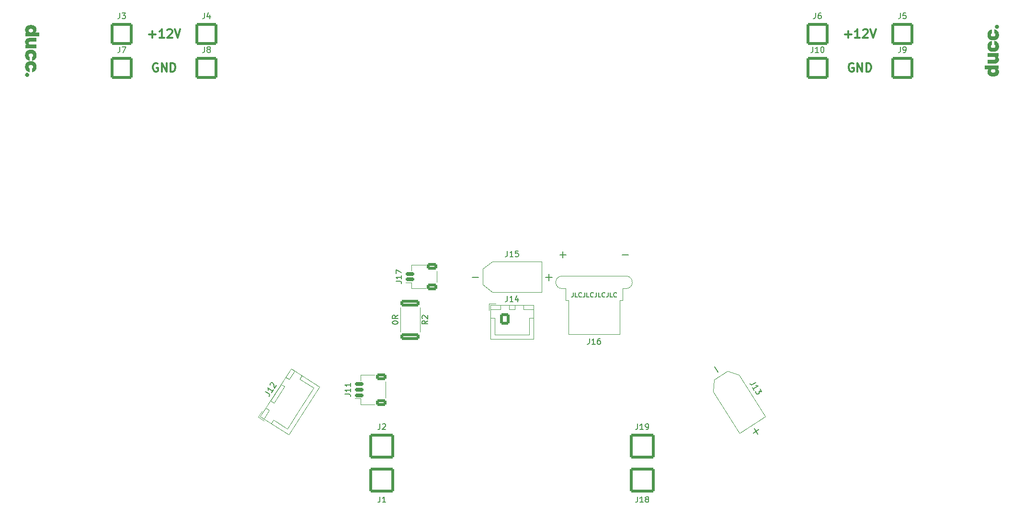
<source format=gto>
G04 #@! TF.GenerationSoftware,KiCad,Pcbnew,7.0.9*
G04 #@! TF.CreationDate,2023-12-19T12:28:51+08:00*
G04 #@! TF.ProjectId,layer2,6c617965-7232-42e6-9b69-6361645f7063,rev?*
G04 #@! TF.SameCoordinates,Original*
G04 #@! TF.FileFunction,Legend,Top*
G04 #@! TF.FilePolarity,Positive*
%FSLAX46Y46*%
G04 Gerber Fmt 4.6, Leading zero omitted, Abs format (unit mm)*
G04 Created by KiCad (PCBNEW 7.0.9) date 2023-12-19 12:28:51*
%MOMM*%
%LPD*%
G01*
G04 APERTURE LIST*
G04 Aperture macros list*
%AMRoundRect*
0 Rectangle with rounded corners*
0 $1 Rounding radius*
0 $2 $3 $4 $5 $6 $7 $8 $9 X,Y pos of 4 corners*
0 Add a 4 corners polygon primitive as box body*
4,1,4,$2,$3,$4,$5,$6,$7,$8,$9,$2,$3,0*
0 Add four circle primitives for the rounded corners*
1,1,$1+$1,$2,$3*
1,1,$1+$1,$4,$5*
1,1,$1+$1,$6,$7*
1,1,$1+$1,$8,$9*
0 Add four rect primitives between the rounded corners*
20,1,$1+$1,$2,$3,$4,$5,0*
20,1,$1+$1,$4,$5,$6,$7,0*
20,1,$1+$1,$6,$7,$8,$9,0*
20,1,$1+$1,$8,$9,$2,$3,0*%
%AMHorizOval*
0 Thick line with rounded ends*
0 $1 width*
0 $2 $3 position (X,Y) of the first rounded end (center of the circle)*
0 $4 $5 position (X,Y) of the second rounded end (center of the circle)*
0 Add line between two ends*
20,1,$1,$2,$3,$4,$5,0*
0 Add two circle primitives to create the rounded ends*
1,1,$1,$2,$3*
1,1,$1,$4,$5*%
%AMRotRect*
0 Rectangle, with rotation*
0 The origin of the aperture is its center*
0 $1 length*
0 $2 width*
0 $3 Rotation angle, in degrees counterclockwise*
0 Add horizontal line*
21,1,$1,$2,0,0,$3*%
G04 Aperture macros list end*
%ADD10C,0.250000*%
%ADD11C,0.300000*%
%ADD12C,0.150000*%
%ADD13C,0.120000*%
%ADD14RotRect,3.000000X3.000000X302.700000*%
%ADD15C,3.000000*%
%ADD16RoundRect,0.250000X-0.600000X-0.750000X0.600000X-0.750000X0.600000X0.750000X-0.600000X0.750000X0*%
%ADD17O,1.700000X2.000000*%
%ADD18RoundRect,0.150000X0.625000X-0.150000X0.625000X0.150000X-0.625000X0.150000X-0.625000X-0.150000X0*%
%ADD19RoundRect,0.250000X0.650000X-0.350000X0.650000X0.350000X-0.650000X0.350000X-0.650000X-0.350000X0*%
%ADD20RoundRect,0.249999X-1.950001X-1.950001X1.950001X-1.950001X1.950001X1.950001X-1.950001X1.950001X0*%
%ADD21RoundRect,0.250002X-1.699998X-1.699998X1.699998X-1.699998X1.699998X1.699998X-1.699998X1.699998X0*%
%ADD22RoundRect,0.250000X0.285967X-0.896576X0.934238X0.113249X-0.285967X0.896576X-0.934238X-0.113249X0*%
%ADD23HorizOval,1.700000X-0.105190X0.067528X0.105190X-0.067528X0*%
%ADD24C,6.400000*%
%ADD25R,3.000000X3.000000*%
%ADD26RoundRect,0.250000X-1.425000X0.362500X-1.425000X-0.362500X1.425000X-0.362500X1.425000X0.362500X0*%
%ADD27C,4.400000*%
%ADD28C,1.400000*%
%ADD29R,3.500000X3.500000*%
%ADD30C,3.500000*%
G04 APERTURE END LIST*
D10*
G36*
X191037500Y-108180651D02*
G01*
X190867587Y-108231388D01*
X190887672Y-108248090D01*
X190912020Y-108270887D01*
X190934689Y-108294839D01*
X190955678Y-108319946D01*
X190974989Y-108346207D01*
X190992620Y-108373622D01*
X191008572Y-108402192D01*
X191022845Y-108431916D01*
X191035439Y-108462794D01*
X191046353Y-108494827D01*
X191055589Y-108528015D01*
X191063145Y-108562357D01*
X191069022Y-108597853D01*
X191073220Y-108634504D01*
X191075739Y-108672309D01*
X191076578Y-108711269D01*
X191075555Y-108759261D01*
X191072485Y-108805999D01*
X191067369Y-108851482D01*
X191060206Y-108895710D01*
X191050997Y-108938684D01*
X191039742Y-108980403D01*
X191026439Y-109020868D01*
X191011091Y-109060078D01*
X190993696Y-109098033D01*
X190974254Y-109134734D01*
X190952766Y-109170180D01*
X190929231Y-109204372D01*
X190903650Y-109237309D01*
X190876023Y-109268991D01*
X190846348Y-109299419D01*
X190814628Y-109328592D01*
X190780913Y-109356246D01*
X190745410Y-109382116D01*
X190708118Y-109406202D01*
X190669036Y-109428503D01*
X190628166Y-109449020D01*
X190585507Y-109467754D01*
X190541059Y-109484703D01*
X190494822Y-109499868D01*
X190471033Y-109506781D01*
X190446797Y-109513249D01*
X190422113Y-109519270D01*
X190396982Y-109524845D01*
X190371404Y-109529975D01*
X190345379Y-109534658D01*
X190318906Y-109538895D01*
X190291986Y-109542687D01*
X190264619Y-109546032D01*
X190236805Y-109548931D01*
X190208544Y-109551384D01*
X190179835Y-109553391D01*
X190150679Y-109554952D01*
X190121076Y-109556067D01*
X190091026Y-109556736D01*
X190060528Y-109556959D01*
X190030031Y-109556736D01*
X189999983Y-109556067D01*
X189970382Y-109554952D01*
X189941231Y-109553391D01*
X189912527Y-109551384D01*
X189884273Y-109548931D01*
X189856466Y-109546032D01*
X189829108Y-109542687D01*
X189802198Y-109538895D01*
X189775737Y-109534658D01*
X189749724Y-109529975D01*
X189724160Y-109524845D01*
X189699044Y-109519270D01*
X189674376Y-109513249D01*
X189650157Y-109506781D01*
X189626386Y-109499868D01*
X189603064Y-109492508D01*
X189557765Y-109476451D01*
X189514259Y-109458610D01*
X189472547Y-109438985D01*
X189432628Y-109417575D01*
X189394504Y-109394382D01*
X189358173Y-109369404D01*
X189323635Y-109342642D01*
X189307039Y-109328592D01*
X189275244Y-109299419D01*
X189245501Y-109268991D01*
X189217809Y-109237309D01*
X189192168Y-109204372D01*
X189168579Y-109170180D01*
X189147041Y-109134734D01*
X189127554Y-109098033D01*
X189110118Y-109060078D01*
X189094734Y-109020868D01*
X189081401Y-108980403D01*
X189070119Y-108938684D01*
X189060888Y-108895710D01*
X189053709Y-108851482D01*
X189048580Y-108805999D01*
X189045503Y-108759261D01*
X189044478Y-108711269D01*
X189044956Y-108685496D01*
X189046388Y-108659928D01*
X189048777Y-108634563D01*
X189052120Y-108609402D01*
X189056419Y-108584445D01*
X189059439Y-108570218D01*
X189669740Y-108570218D01*
X189670620Y-108596401D01*
X189673260Y-108621595D01*
X189677661Y-108645802D01*
X189686266Y-108676543D01*
X189698002Y-108705527D01*
X189712866Y-108732757D01*
X189730860Y-108758230D01*
X189751983Y-108781949D01*
X189769879Y-108798585D01*
X189789346Y-108813972D01*
X189810422Y-108827844D01*
X189833109Y-108840204D01*
X189857406Y-108851050D01*
X189883313Y-108860383D01*
X189910829Y-108868202D01*
X189939956Y-108874508D01*
X189970693Y-108879300D01*
X190003039Y-108882579D01*
X190036996Y-108884345D01*
X190060528Y-108884681D01*
X190095563Y-108883924D01*
X190129000Y-108881654D01*
X190160836Y-108877871D01*
X190191074Y-108872574D01*
X190219712Y-108865764D01*
X190246751Y-108857440D01*
X190272191Y-108847603D01*
X190296032Y-108836252D01*
X190318273Y-108823388D01*
X190338915Y-108809011D01*
X190351788Y-108798585D01*
X190375115Y-108776184D01*
X190395332Y-108752027D01*
X190412438Y-108726114D01*
X190426434Y-108698446D01*
X190437320Y-108669022D01*
X190445096Y-108637843D01*
X190448887Y-108613307D01*
X190450928Y-108587783D01*
X190451317Y-108570218D01*
X190450442Y-108544145D01*
X190447818Y-108519049D01*
X190443444Y-108494929D01*
X190434891Y-108464289D01*
X190423227Y-108435386D01*
X190408453Y-108408218D01*
X190390569Y-108382788D01*
X190369575Y-108359093D01*
X190351788Y-108342462D01*
X190332212Y-108326967D01*
X190311037Y-108312995D01*
X190288263Y-108300548D01*
X190263889Y-108289625D01*
X190237916Y-108280226D01*
X190210344Y-108272352D01*
X190181173Y-108266001D01*
X190150402Y-108261175D01*
X190118032Y-108257873D01*
X190084063Y-108256094D01*
X190060528Y-108255756D01*
X190025498Y-108256518D01*
X189992078Y-108258804D01*
X189960268Y-108262614D01*
X189930068Y-108267949D01*
X189901478Y-108274807D01*
X189874498Y-108283190D01*
X189849128Y-108293097D01*
X189825368Y-108304528D01*
X189803218Y-108317483D01*
X189782678Y-108331962D01*
X189769879Y-108342462D01*
X189751983Y-108359093D01*
X189730860Y-108382788D01*
X189712866Y-108408218D01*
X189698002Y-108435386D01*
X189686266Y-108464289D01*
X189677661Y-108494929D01*
X189673260Y-108519049D01*
X189670620Y-108544145D01*
X189669740Y-108570218D01*
X189059439Y-108570218D01*
X189061673Y-108559693D01*
X189067882Y-108535144D01*
X189075046Y-108510799D01*
X189083166Y-108486658D01*
X189092241Y-108462721D01*
X189098822Y-108446876D01*
X189109280Y-108423524D01*
X189120274Y-108401095D01*
X189135768Y-108372625D01*
X189152217Y-108345796D01*
X189169619Y-108320609D01*
X189187975Y-108297062D01*
X189207286Y-108275157D01*
X189227550Y-108254892D01*
X189228584Y-108253953D01*
X188536453Y-108255756D01*
X188536453Y-107583477D01*
X191037500Y-107583477D01*
X191037500Y-108180651D01*
G37*
G36*
X191076578Y-106576586D02*
G01*
X191075886Y-106608296D01*
X191073809Y-106639770D01*
X191070348Y-106671007D01*
X191065502Y-106702009D01*
X191059271Y-106732774D01*
X191051656Y-106763303D01*
X191042656Y-106793596D01*
X191032271Y-106823653D01*
X191020502Y-106853474D01*
X191007348Y-106883058D01*
X190997810Y-106902650D01*
X190982177Y-106931383D01*
X190964816Y-106959194D01*
X190945727Y-106986080D01*
X190924909Y-107012044D01*
X190902364Y-107037085D01*
X190878090Y-107061203D01*
X190852089Y-107084398D01*
X190824359Y-107106669D01*
X190794902Y-107128018D01*
X190774303Y-107141738D01*
X190752937Y-107155047D01*
X190741966Y-107161548D01*
X190719461Y-107173970D01*
X190696218Y-107185590D01*
X190672235Y-107196410D01*
X190647512Y-107206427D01*
X190622051Y-107215644D01*
X190595849Y-107224059D01*
X190568909Y-107231672D01*
X190541229Y-107238484D01*
X190512809Y-107244495D01*
X190483650Y-107249704D01*
X190453752Y-107254112D01*
X190423114Y-107257718D01*
X190391737Y-107260523D01*
X190359621Y-107262527D01*
X190326765Y-107263729D01*
X190293169Y-107264130D01*
X189083557Y-107264130D01*
X189083557Y-106591851D01*
X190172880Y-106591851D01*
X190197733Y-106591250D01*
X190229117Y-106588579D01*
X190258498Y-106583770D01*
X190285875Y-106576825D01*
X190311249Y-106567742D01*
X190334619Y-106556522D01*
X190355985Y-106543165D01*
X190375348Y-106527671D01*
X190379876Y-106523463D01*
X190396620Y-106505594D01*
X190414410Y-106481083D01*
X190428712Y-106454157D01*
X190437642Y-106430878D01*
X190444340Y-106406053D01*
X190448805Y-106379682D01*
X190451038Y-106351766D01*
X190451317Y-106337228D01*
X190450200Y-106308568D01*
X190446852Y-106281510D01*
X190441270Y-106256056D01*
X190433456Y-106232204D01*
X190420550Y-106204643D01*
X190404154Y-106179587D01*
X190384271Y-106157035D01*
X190379876Y-106152825D01*
X190361014Y-106137083D01*
X190340148Y-106123439D01*
X190317279Y-106111895D01*
X190292406Y-106102450D01*
X190265530Y-106095103D01*
X190236650Y-106089856D01*
X190205767Y-106086707D01*
X190181289Y-106085724D01*
X190172880Y-106085658D01*
X189083557Y-106085658D01*
X189083557Y-105413990D01*
X191037500Y-105413990D01*
X191037500Y-106010553D01*
X190861645Y-106063676D01*
X190861645Y-106057570D01*
X190887672Y-106083139D01*
X190912020Y-106109624D01*
X190934689Y-106137025D01*
X190955678Y-106165342D01*
X190974989Y-106194575D01*
X190992620Y-106224724D01*
X191008572Y-106255788D01*
X191022845Y-106287769D01*
X191035439Y-106320665D01*
X191046353Y-106354478D01*
X191055589Y-106389206D01*
X191063145Y-106424850D01*
X191069022Y-106461410D01*
X191073220Y-106498886D01*
X191075739Y-106537278D01*
X191076578Y-106576586D01*
G37*
G36*
X191076578Y-104195829D02*
G01*
X191076321Y-104225194D01*
X191075548Y-104254137D01*
X191074260Y-104282658D01*
X191072457Y-104310757D01*
X191070138Y-104338433D01*
X191067305Y-104365687D01*
X191063956Y-104392520D01*
X191060092Y-104418930D01*
X191055713Y-104444917D01*
X191050818Y-104470483D01*
X191045409Y-104495626D01*
X191039484Y-104520348D01*
X191033044Y-104544647D01*
X191026089Y-104568524D01*
X191018618Y-104591978D01*
X191002132Y-104637621D01*
X190983585Y-104681575D01*
X190962977Y-104723841D01*
X190940308Y-104764417D01*
X190915578Y-104803306D01*
X190888788Y-104840505D01*
X190859937Y-104876015D01*
X190829025Y-104909837D01*
X190812796Y-104926115D01*
X190778946Y-104957170D01*
X190743340Y-104986222D01*
X190705978Y-105013270D01*
X190666861Y-105038314D01*
X190625988Y-105061355D01*
X190583360Y-105082392D01*
X190538977Y-105101426D01*
X190516127Y-105110192D01*
X190492838Y-105118456D01*
X190469110Y-105126220D01*
X190444943Y-105133483D01*
X190420338Y-105140245D01*
X190395293Y-105146506D01*
X190369810Y-105152266D01*
X190343888Y-105157526D01*
X190317527Y-105162284D01*
X190290727Y-105166542D01*
X190263488Y-105170298D01*
X190235811Y-105173554D01*
X190207694Y-105176309D01*
X190179139Y-105178563D01*
X190150144Y-105180316D01*
X190120711Y-105181568D01*
X190090839Y-105182320D01*
X190060528Y-105182570D01*
X190030217Y-105182320D01*
X190000345Y-105181568D01*
X189970912Y-105180316D01*
X189941918Y-105178563D01*
X189913362Y-105176309D01*
X189885246Y-105173554D01*
X189857568Y-105170298D01*
X189830329Y-105166542D01*
X189803529Y-105162284D01*
X189777168Y-105157526D01*
X189751246Y-105152266D01*
X189725763Y-105146506D01*
X189700718Y-105140245D01*
X189676113Y-105133483D01*
X189651946Y-105126220D01*
X189628218Y-105118456D01*
X189604929Y-105110192D01*
X189582079Y-105101426D01*
X189537696Y-105082392D01*
X189495068Y-105061355D01*
X189454195Y-105038314D01*
X189415078Y-105013270D01*
X189377717Y-104986222D01*
X189342111Y-104957170D01*
X189308260Y-104926115D01*
X189276318Y-104893138D01*
X189246436Y-104858471D01*
X189218615Y-104822116D01*
X189192855Y-104784073D01*
X189169156Y-104744340D01*
X189147518Y-104702919D01*
X189127940Y-104659809D01*
X189110423Y-104615011D01*
X189094967Y-104568524D01*
X189088012Y-104544647D01*
X189081572Y-104520348D01*
X189075647Y-104495626D01*
X189070238Y-104470483D01*
X189065343Y-104444917D01*
X189060964Y-104418930D01*
X189057100Y-104392520D01*
X189053751Y-104365687D01*
X189050918Y-104338433D01*
X189048599Y-104310757D01*
X189046796Y-104282658D01*
X189045508Y-104254137D01*
X189044735Y-104225194D01*
X189044478Y-104195829D01*
X189044943Y-104158577D01*
X189046338Y-104122079D01*
X189048664Y-104086335D01*
X189051920Y-104051344D01*
X189056106Y-104017107D01*
X189061222Y-103983624D01*
X189067268Y-103950894D01*
X189074245Y-103918919D01*
X189082152Y-103887697D01*
X189090989Y-103857228D01*
X189100756Y-103827514D01*
X189111454Y-103798553D01*
X189123082Y-103770346D01*
X189135640Y-103742892D01*
X189149128Y-103716192D01*
X189163546Y-103690246D01*
X189178671Y-103665061D01*
X189194277Y-103640644D01*
X189210365Y-103616995D01*
X189226935Y-103594114D01*
X189243987Y-103572001D01*
X189261520Y-103550656D01*
X189279535Y-103530079D01*
X189298032Y-103510270D01*
X189317011Y-103491229D01*
X189336472Y-103472956D01*
X189356415Y-103455451D01*
X189376839Y-103438714D01*
X189397745Y-103422746D01*
X189419133Y-103407545D01*
X189441003Y-103393112D01*
X189463354Y-103379447D01*
X189486104Y-103366458D01*
X189509169Y-103354050D01*
X189532549Y-103342224D01*
X189556243Y-103330980D01*
X189580252Y-103320319D01*
X189604576Y-103310239D01*
X189629215Y-103300741D01*
X189654169Y-103291825D01*
X189679438Y-103283491D01*
X189705021Y-103275739D01*
X189730920Y-103268570D01*
X189757133Y-103261982D01*
X189783661Y-103255976D01*
X189810504Y-103250552D01*
X189837661Y-103245710D01*
X189865134Y-103241450D01*
X189865134Y-103910065D01*
X189840233Y-103921733D01*
X189817125Y-103934146D01*
X189795811Y-103947302D01*
X189771691Y-103964795D01*
X189750373Y-103983450D01*
X189731858Y-104003268D01*
X189716146Y-104024248D01*
X189702777Y-104047063D01*
X189691674Y-104072381D01*
X189682837Y-104100205D01*
X189677398Y-104124266D01*
X189673410Y-104149931D01*
X189670873Y-104177198D01*
X189669785Y-104206069D01*
X189669740Y-104213537D01*
X189671304Y-104244907D01*
X189675998Y-104274903D01*
X189683822Y-104303525D01*
X189694774Y-104330773D01*
X189708857Y-104356648D01*
X189726068Y-104381148D01*
X189746409Y-104404275D01*
X189769879Y-104426028D01*
X189789346Y-104441087D01*
X189810422Y-104454664D01*
X189833109Y-104466761D01*
X189857406Y-104477376D01*
X189883313Y-104486510D01*
X189910829Y-104494163D01*
X189939956Y-104500335D01*
X189970693Y-104505025D01*
X190003039Y-104508234D01*
X190036996Y-104509962D01*
X190060528Y-104510292D01*
X190095563Y-104509551D01*
X190129000Y-104507329D01*
X190160836Y-104503626D01*
X190191074Y-104498442D01*
X190219712Y-104491777D01*
X190246751Y-104483630D01*
X190272191Y-104474002D01*
X190296032Y-104462893D01*
X190318273Y-104450303D01*
X190338915Y-104436232D01*
X190351788Y-104426028D01*
X190375115Y-104404275D01*
X190395332Y-104381148D01*
X190412438Y-104356648D01*
X190426434Y-104330773D01*
X190437320Y-104303525D01*
X190445096Y-104274903D01*
X190449762Y-104244907D01*
X190451317Y-104213537D01*
X190450601Y-104184266D01*
X190448454Y-104156597D01*
X190444877Y-104130532D01*
X190439868Y-104106070D01*
X190431594Y-104077746D01*
X190421084Y-104051926D01*
X190408339Y-104028611D01*
X190405521Y-104024248D01*
X190389633Y-104003268D01*
X190370972Y-103983450D01*
X190349538Y-103964795D01*
X190325331Y-103947302D01*
X190303970Y-103934146D01*
X190280833Y-103921733D01*
X190255922Y-103910065D01*
X190255922Y-103241450D01*
X190283395Y-103245710D01*
X190310553Y-103250552D01*
X190337396Y-103255976D01*
X190363924Y-103261982D01*
X190390137Y-103268570D01*
X190416035Y-103275739D01*
X190441619Y-103283491D01*
X190466887Y-103291825D01*
X190491841Y-103300741D01*
X190516480Y-103310239D01*
X190540804Y-103320319D01*
X190564813Y-103330980D01*
X190588508Y-103342224D01*
X190611887Y-103354050D01*
X190634952Y-103366458D01*
X190657702Y-103379447D01*
X190680053Y-103393112D01*
X190701923Y-103407545D01*
X190723311Y-103422746D01*
X190744217Y-103438714D01*
X190764642Y-103455451D01*
X190784584Y-103472956D01*
X190804045Y-103491229D01*
X190823024Y-103510270D01*
X190841521Y-103530079D01*
X190859536Y-103550656D01*
X190877070Y-103572001D01*
X190894121Y-103594114D01*
X190910691Y-103616995D01*
X190926779Y-103640644D01*
X190942386Y-103665061D01*
X190957510Y-103690246D01*
X190971928Y-103716192D01*
X190985417Y-103742892D01*
X190997975Y-103770346D01*
X191009602Y-103798553D01*
X191020300Y-103827514D01*
X191030067Y-103857228D01*
X191038904Y-103887697D01*
X191046811Y-103918919D01*
X191053788Y-103950894D01*
X191059834Y-103983624D01*
X191064951Y-104017107D01*
X191069137Y-104051344D01*
X191072392Y-104086335D01*
X191074718Y-104122079D01*
X191076113Y-104158577D01*
X191076578Y-104195829D01*
G37*
G36*
X191076578Y-102166171D02*
G01*
X191076321Y-102195536D01*
X191075548Y-102224479D01*
X191074260Y-102253000D01*
X191072457Y-102281099D01*
X191070138Y-102308775D01*
X191067305Y-102336029D01*
X191063956Y-102362862D01*
X191060092Y-102389271D01*
X191055713Y-102415259D01*
X191050818Y-102440825D01*
X191045409Y-102465968D01*
X191039484Y-102490690D01*
X191033044Y-102514989D01*
X191026089Y-102538865D01*
X191018618Y-102562320D01*
X191002132Y-102607963D01*
X190983585Y-102651917D01*
X190962977Y-102694183D01*
X190940308Y-102734759D01*
X190915578Y-102773647D01*
X190888788Y-102810847D01*
X190859937Y-102846357D01*
X190829025Y-102880179D01*
X190812796Y-102896457D01*
X190778946Y-102927512D01*
X190743340Y-102956564D01*
X190705978Y-102983612D01*
X190666861Y-103008656D01*
X190625988Y-103031697D01*
X190583360Y-103052734D01*
X190538977Y-103071768D01*
X190516127Y-103080534D01*
X190492838Y-103088798D01*
X190469110Y-103096562D01*
X190444943Y-103103825D01*
X190420338Y-103110587D01*
X190395293Y-103116848D01*
X190369810Y-103122608D01*
X190343888Y-103127868D01*
X190317527Y-103132626D01*
X190290727Y-103136884D01*
X190263488Y-103140640D01*
X190235811Y-103143896D01*
X190207694Y-103146651D01*
X190179139Y-103148905D01*
X190150144Y-103150658D01*
X190120711Y-103151910D01*
X190090839Y-103152662D01*
X190060528Y-103152912D01*
X190030217Y-103152662D01*
X190000345Y-103151910D01*
X189970912Y-103150658D01*
X189941918Y-103148905D01*
X189913362Y-103146651D01*
X189885246Y-103143896D01*
X189857568Y-103140640D01*
X189830329Y-103136884D01*
X189803529Y-103132626D01*
X189777168Y-103127868D01*
X189751246Y-103122608D01*
X189725763Y-103116848D01*
X189700718Y-103110587D01*
X189676113Y-103103825D01*
X189651946Y-103096562D01*
X189628218Y-103088798D01*
X189604929Y-103080534D01*
X189582079Y-103071768D01*
X189537696Y-103052734D01*
X189495068Y-103031697D01*
X189454195Y-103008656D01*
X189415078Y-102983612D01*
X189377717Y-102956564D01*
X189342111Y-102927512D01*
X189308260Y-102896457D01*
X189276318Y-102863479D01*
X189246436Y-102828813D01*
X189218615Y-102792458D01*
X189192855Y-102754415D01*
X189169156Y-102714682D01*
X189147518Y-102673261D01*
X189127940Y-102630151D01*
X189110423Y-102585353D01*
X189094967Y-102538865D01*
X189088012Y-102514989D01*
X189081572Y-102490690D01*
X189075647Y-102465968D01*
X189070238Y-102440825D01*
X189065343Y-102415259D01*
X189060964Y-102389271D01*
X189057100Y-102362862D01*
X189053751Y-102336029D01*
X189050918Y-102308775D01*
X189048599Y-102281099D01*
X189046796Y-102253000D01*
X189045508Y-102224479D01*
X189044735Y-102195536D01*
X189044478Y-102166171D01*
X189044943Y-102128919D01*
X189046338Y-102092421D01*
X189048664Y-102056677D01*
X189051920Y-102021686D01*
X189056106Y-101987449D01*
X189061222Y-101953966D01*
X189067268Y-101921236D01*
X189074245Y-101889261D01*
X189082152Y-101858039D01*
X189090989Y-101827570D01*
X189100756Y-101797856D01*
X189111454Y-101768895D01*
X189123082Y-101740687D01*
X189135640Y-101713234D01*
X189149128Y-101686534D01*
X189163546Y-101660588D01*
X189178671Y-101635403D01*
X189194277Y-101610986D01*
X189210365Y-101587337D01*
X189226935Y-101564456D01*
X189243987Y-101542343D01*
X189261520Y-101520998D01*
X189279535Y-101500421D01*
X189298032Y-101480612D01*
X189317011Y-101461571D01*
X189336472Y-101443298D01*
X189356415Y-101425793D01*
X189376839Y-101409056D01*
X189397745Y-101393087D01*
X189419133Y-101377887D01*
X189441003Y-101363454D01*
X189463354Y-101349789D01*
X189486104Y-101336799D01*
X189509169Y-101324392D01*
X189532549Y-101312566D01*
X189556243Y-101301322D01*
X189580252Y-101290660D01*
X189604576Y-101280581D01*
X189629215Y-101271083D01*
X189654169Y-101262167D01*
X189679438Y-101253833D01*
X189705021Y-101246081D01*
X189730920Y-101238912D01*
X189757133Y-101232324D01*
X189783661Y-101226318D01*
X189810504Y-101220894D01*
X189837661Y-101216052D01*
X189865134Y-101211792D01*
X189865134Y-101880407D01*
X189840233Y-101892075D01*
X189817125Y-101904488D01*
X189795811Y-101917644D01*
X189771691Y-101935137D01*
X189750373Y-101953792D01*
X189731858Y-101973610D01*
X189716146Y-101994590D01*
X189702777Y-102017405D01*
X189691674Y-102042723D01*
X189682837Y-102070546D01*
X189677398Y-102094608D01*
X189673410Y-102120273D01*
X189670873Y-102147540D01*
X189669785Y-102176411D01*
X189669740Y-102183879D01*
X189671304Y-102215248D01*
X189675998Y-102245245D01*
X189683822Y-102273867D01*
X189694774Y-102301115D01*
X189708857Y-102326990D01*
X189726068Y-102351490D01*
X189746409Y-102374617D01*
X189769879Y-102396370D01*
X189789346Y-102411429D01*
X189810422Y-102425006D01*
X189833109Y-102437103D01*
X189857406Y-102447718D01*
X189883313Y-102456852D01*
X189910829Y-102464505D01*
X189939956Y-102470677D01*
X189970693Y-102475367D01*
X190003039Y-102478576D01*
X190036996Y-102480304D01*
X190060528Y-102480634D01*
X190095563Y-102479893D01*
X190129000Y-102477671D01*
X190160836Y-102473968D01*
X190191074Y-102468784D01*
X190219712Y-102462119D01*
X190246751Y-102453972D01*
X190272191Y-102444344D01*
X190296032Y-102433235D01*
X190318273Y-102420645D01*
X190338915Y-102406574D01*
X190351788Y-102396370D01*
X190375115Y-102374617D01*
X190395332Y-102351490D01*
X190412438Y-102326990D01*
X190426434Y-102301115D01*
X190437320Y-102273867D01*
X190445096Y-102245245D01*
X190449762Y-102215248D01*
X190451317Y-102183879D01*
X190450601Y-102154608D01*
X190448454Y-102126939D01*
X190444877Y-102100874D01*
X190439868Y-102076412D01*
X190431594Y-102048088D01*
X190421084Y-102022268D01*
X190408339Y-101998953D01*
X190405521Y-101994590D01*
X190389633Y-101973610D01*
X190370972Y-101953792D01*
X190349538Y-101935137D01*
X190325331Y-101917644D01*
X190303970Y-101904488D01*
X190280833Y-101892075D01*
X190255922Y-101880407D01*
X190255922Y-101211792D01*
X190283395Y-101216052D01*
X190310553Y-101220894D01*
X190337396Y-101226318D01*
X190363924Y-101232324D01*
X190390137Y-101238912D01*
X190416035Y-101246081D01*
X190441619Y-101253833D01*
X190466887Y-101262167D01*
X190491841Y-101271083D01*
X190516480Y-101280581D01*
X190540804Y-101290660D01*
X190564813Y-101301322D01*
X190588508Y-101312566D01*
X190611887Y-101324392D01*
X190634952Y-101336799D01*
X190657702Y-101349789D01*
X190680053Y-101363454D01*
X190701923Y-101377887D01*
X190723311Y-101393087D01*
X190744217Y-101409056D01*
X190764642Y-101425793D01*
X190784584Y-101443298D01*
X190804045Y-101461571D01*
X190823024Y-101480612D01*
X190841521Y-101500421D01*
X190859536Y-101520998D01*
X190877070Y-101542343D01*
X190894121Y-101564456D01*
X190910691Y-101587337D01*
X190926779Y-101610986D01*
X190942386Y-101635403D01*
X190957510Y-101660588D01*
X190971928Y-101686534D01*
X190985417Y-101713234D01*
X190997975Y-101740687D01*
X191009602Y-101768895D01*
X191020300Y-101797856D01*
X191030067Y-101827570D01*
X191038904Y-101858039D01*
X191046811Y-101889261D01*
X191053788Y-101921236D01*
X191059834Y-101953966D01*
X191064951Y-101987449D01*
X191069137Y-102021686D01*
X191072392Y-102056677D01*
X191074718Y-102092421D01*
X191076113Y-102128919D01*
X191076578Y-102166171D01*
G37*
G36*
X191076578Y-100736129D02*
G01*
X191075704Y-100761741D01*
X191073079Y-100786826D01*
X191068705Y-100811386D01*
X191062582Y-100835419D01*
X191054709Y-100858927D01*
X191045087Y-100881909D01*
X191033715Y-100904365D01*
X191020593Y-100926295D01*
X191005722Y-100947699D01*
X190989102Y-100968577D01*
X190977049Y-100982204D01*
X190957817Y-101001409D01*
X190937672Y-101018726D01*
X190916615Y-101034153D01*
X190894646Y-101047691D01*
X190871764Y-101059341D01*
X190847970Y-101069101D01*
X190823264Y-101076972D01*
X190797645Y-101082954D01*
X190771114Y-101087047D01*
X190743671Y-101089251D01*
X190724869Y-101089671D01*
X190696822Y-101088726D01*
X190669699Y-101085892D01*
X190643499Y-101081170D01*
X190618222Y-101074558D01*
X190593868Y-101066057D01*
X190570438Y-101055667D01*
X190547930Y-101043388D01*
X190526345Y-101029220D01*
X190505683Y-101013163D01*
X190485945Y-100995217D01*
X190473299Y-100982204D01*
X190455402Y-100961676D01*
X190439267Y-100940623D01*
X190424891Y-100919043D01*
X190412276Y-100896938D01*
X190401421Y-100874307D01*
X190392326Y-100851150D01*
X190384992Y-100827467D01*
X190379418Y-100803258D01*
X190375604Y-100778523D01*
X190373550Y-100753262D01*
X190373159Y-100736129D01*
X190374039Y-100710523D01*
X190376679Y-100685453D01*
X190381080Y-100660921D01*
X190387241Y-100636924D01*
X190395162Y-100613465D01*
X190404844Y-100590542D01*
X190416285Y-100568156D01*
X190429487Y-100546307D01*
X190444450Y-100524994D01*
X190461172Y-100504218D01*
X190473299Y-100490665D01*
X190492422Y-100471350D01*
X190512468Y-100453936D01*
X190533437Y-100438421D01*
X190555330Y-100424805D01*
X190578145Y-100413090D01*
X190601884Y-100403274D01*
X190626545Y-100395358D01*
X190652130Y-100389342D01*
X190678638Y-100385226D01*
X190706069Y-100383010D01*
X190724869Y-100382588D01*
X190752920Y-100383537D01*
X190780059Y-100386387D01*
X190806286Y-100391137D01*
X190831601Y-100397786D01*
X190856003Y-100406335D01*
X190879493Y-100416784D01*
X190902071Y-100429133D01*
X190923736Y-100443381D01*
X190944489Y-100459529D01*
X190964329Y-100477577D01*
X190977049Y-100490665D01*
X190994836Y-100511083D01*
X191010874Y-100532038D01*
X191025162Y-100553530D01*
X191037700Y-100575558D01*
X191048489Y-100598123D01*
X191057528Y-100621225D01*
X191064818Y-100644864D01*
X191070358Y-100669039D01*
X191074148Y-100693750D01*
X191076190Y-100718999D01*
X191076578Y-100736129D01*
G37*
G36*
X19969968Y-100443263D02*
G01*
X20000016Y-100443932D01*
X20029617Y-100445047D01*
X20058768Y-100446608D01*
X20087472Y-100448615D01*
X20115726Y-100451068D01*
X20143533Y-100453967D01*
X20170891Y-100457312D01*
X20197801Y-100461104D01*
X20224262Y-100465341D01*
X20250275Y-100470024D01*
X20275839Y-100475154D01*
X20300955Y-100480729D01*
X20325623Y-100486750D01*
X20349842Y-100493218D01*
X20373613Y-100500131D01*
X20396935Y-100507491D01*
X20442234Y-100523548D01*
X20485740Y-100541389D01*
X20527452Y-100561014D01*
X20567371Y-100582424D01*
X20605495Y-100605617D01*
X20641826Y-100630595D01*
X20676364Y-100657357D01*
X20692960Y-100671407D01*
X20724755Y-100700580D01*
X20754498Y-100731008D01*
X20782190Y-100762690D01*
X20807831Y-100795627D01*
X20831420Y-100829819D01*
X20852958Y-100865265D01*
X20872445Y-100901966D01*
X20889881Y-100939921D01*
X20905265Y-100979131D01*
X20918598Y-101019596D01*
X20929880Y-101061315D01*
X20939111Y-101104289D01*
X20946290Y-101148517D01*
X20951419Y-101194000D01*
X20954496Y-101240738D01*
X20955521Y-101288730D01*
X20955043Y-101314503D01*
X20953611Y-101340071D01*
X20951222Y-101365436D01*
X20947879Y-101390597D01*
X20943580Y-101415554D01*
X20938326Y-101440306D01*
X20932117Y-101464855D01*
X20924953Y-101489200D01*
X20916833Y-101513341D01*
X20907758Y-101537278D01*
X20901177Y-101553123D01*
X20890719Y-101576475D01*
X20879725Y-101598904D01*
X20864231Y-101627374D01*
X20847782Y-101654203D01*
X20830380Y-101679390D01*
X20812024Y-101702937D01*
X20792713Y-101724842D01*
X20772449Y-101745107D01*
X20771414Y-101746045D01*
X21463546Y-101744243D01*
X21463546Y-102416522D01*
X18962500Y-102416522D01*
X18962500Y-101819348D01*
X19132411Y-101768610D01*
X19112327Y-101751909D01*
X19087979Y-101729112D01*
X19065310Y-101705160D01*
X19044321Y-101680053D01*
X19025010Y-101653792D01*
X19007379Y-101626377D01*
X18991427Y-101597807D01*
X18977154Y-101568083D01*
X18964560Y-101537205D01*
X18953646Y-101505172D01*
X18944410Y-101471984D01*
X18936854Y-101437642D01*
X18935552Y-101429781D01*
X19548682Y-101429781D01*
X19549557Y-101455854D01*
X19552181Y-101480950D01*
X19556555Y-101505070D01*
X19565108Y-101535710D01*
X19576772Y-101564613D01*
X19591546Y-101591781D01*
X19609430Y-101617211D01*
X19630424Y-101640906D01*
X19648211Y-101657537D01*
X19667787Y-101673032D01*
X19688962Y-101687004D01*
X19711736Y-101699451D01*
X19736110Y-101710374D01*
X19762083Y-101719773D01*
X19789655Y-101727647D01*
X19818826Y-101733998D01*
X19849597Y-101738824D01*
X19881967Y-101742126D01*
X19915936Y-101743905D01*
X19939471Y-101744243D01*
X19974501Y-101743481D01*
X20007921Y-101741195D01*
X20039731Y-101737385D01*
X20069931Y-101732050D01*
X20098521Y-101725192D01*
X20125501Y-101716809D01*
X20150871Y-101706902D01*
X20174631Y-101695471D01*
X20196781Y-101682516D01*
X20217321Y-101668037D01*
X20230120Y-101657537D01*
X20248016Y-101640906D01*
X20269139Y-101617211D01*
X20287133Y-101591781D01*
X20301997Y-101564613D01*
X20313733Y-101535710D01*
X20322338Y-101505070D01*
X20326739Y-101480950D01*
X20329379Y-101455854D01*
X20330259Y-101429781D01*
X20329379Y-101403598D01*
X20326739Y-101378404D01*
X20322338Y-101354197D01*
X20313733Y-101323456D01*
X20301997Y-101294472D01*
X20287133Y-101267242D01*
X20269139Y-101241769D01*
X20248016Y-101218050D01*
X20230120Y-101201414D01*
X20210653Y-101186027D01*
X20189577Y-101172155D01*
X20166890Y-101159795D01*
X20142593Y-101148949D01*
X20116686Y-101139616D01*
X20089170Y-101131797D01*
X20060043Y-101125491D01*
X20029306Y-101120699D01*
X19996960Y-101117420D01*
X19963003Y-101115654D01*
X19939471Y-101115318D01*
X19904436Y-101116075D01*
X19870999Y-101118345D01*
X19839163Y-101122128D01*
X19808925Y-101127425D01*
X19780287Y-101134235D01*
X19753248Y-101142559D01*
X19727808Y-101152396D01*
X19703967Y-101163747D01*
X19681726Y-101176611D01*
X19661084Y-101190988D01*
X19648211Y-101201414D01*
X19624884Y-101223815D01*
X19604667Y-101247972D01*
X19587561Y-101273885D01*
X19573565Y-101301553D01*
X19562679Y-101330977D01*
X19554903Y-101362156D01*
X19551112Y-101386692D01*
X19549071Y-101412216D01*
X19548682Y-101429781D01*
X18935552Y-101429781D01*
X18930977Y-101402146D01*
X18926779Y-101365495D01*
X18924260Y-101327690D01*
X18923421Y-101288730D01*
X18924444Y-101240738D01*
X18927514Y-101194000D01*
X18932630Y-101148517D01*
X18939793Y-101104289D01*
X18949002Y-101061315D01*
X18960257Y-101019596D01*
X18973560Y-100979131D01*
X18988908Y-100939921D01*
X19006303Y-100901966D01*
X19025745Y-100865265D01*
X19047233Y-100829819D01*
X19070768Y-100795627D01*
X19096349Y-100762690D01*
X19123976Y-100731008D01*
X19153651Y-100700580D01*
X19185371Y-100671407D01*
X19219086Y-100643753D01*
X19254589Y-100617883D01*
X19291881Y-100593797D01*
X19330963Y-100571496D01*
X19371833Y-100550979D01*
X19414492Y-100532245D01*
X19458940Y-100515296D01*
X19505177Y-100500131D01*
X19528966Y-100493218D01*
X19553202Y-100486750D01*
X19577886Y-100480729D01*
X19603017Y-100475154D01*
X19628595Y-100470024D01*
X19654620Y-100465341D01*
X19681093Y-100461104D01*
X19708013Y-100457312D01*
X19735380Y-100453967D01*
X19763194Y-100451068D01*
X19791455Y-100448615D01*
X19820164Y-100446608D01*
X19849320Y-100445047D01*
X19878923Y-100443932D01*
X19908973Y-100443263D01*
X19939471Y-100443040D01*
X19969968Y-100443263D01*
G37*
G36*
X18923421Y-103423413D02*
G01*
X18924113Y-103391703D01*
X18926190Y-103360229D01*
X18929651Y-103328992D01*
X18934497Y-103297990D01*
X18940728Y-103267225D01*
X18948343Y-103236696D01*
X18957343Y-103206403D01*
X18967728Y-103176346D01*
X18979497Y-103146525D01*
X18992651Y-103116941D01*
X19002189Y-103097349D01*
X19017822Y-103068616D01*
X19035183Y-103040805D01*
X19054272Y-103013919D01*
X19075090Y-102987955D01*
X19097635Y-102962914D01*
X19121909Y-102938796D01*
X19147910Y-102915601D01*
X19175640Y-102893330D01*
X19205097Y-102871981D01*
X19225696Y-102858261D01*
X19247062Y-102844952D01*
X19258033Y-102838451D01*
X19280538Y-102826029D01*
X19303781Y-102814409D01*
X19327764Y-102803589D01*
X19352487Y-102793572D01*
X19377948Y-102784355D01*
X19404150Y-102775940D01*
X19431090Y-102768327D01*
X19458770Y-102761515D01*
X19487190Y-102755504D01*
X19516349Y-102750295D01*
X19546247Y-102745887D01*
X19576885Y-102742281D01*
X19608262Y-102739476D01*
X19640378Y-102737472D01*
X19673234Y-102736270D01*
X19706830Y-102735869D01*
X20916442Y-102735869D01*
X20916442Y-103408148D01*
X19827119Y-103408148D01*
X19802266Y-103408749D01*
X19770882Y-103411420D01*
X19741501Y-103416229D01*
X19714124Y-103423174D01*
X19688750Y-103432257D01*
X19665380Y-103443477D01*
X19644014Y-103456834D01*
X19624651Y-103472328D01*
X19620123Y-103476536D01*
X19603379Y-103494405D01*
X19585589Y-103518916D01*
X19571287Y-103545842D01*
X19562357Y-103569121D01*
X19555659Y-103593946D01*
X19551194Y-103620317D01*
X19548961Y-103648233D01*
X19548682Y-103662771D01*
X19549799Y-103691431D01*
X19553147Y-103718489D01*
X19558729Y-103743943D01*
X19566543Y-103767795D01*
X19579449Y-103795356D01*
X19595845Y-103820412D01*
X19615728Y-103842964D01*
X19620123Y-103847174D01*
X19638985Y-103862916D01*
X19659851Y-103876560D01*
X19682720Y-103888104D01*
X19707593Y-103897549D01*
X19734469Y-103904896D01*
X19763349Y-103910143D01*
X19794232Y-103913292D01*
X19818710Y-103914275D01*
X19827119Y-103914341D01*
X20916442Y-103914341D01*
X20916442Y-104586009D01*
X18962500Y-104586009D01*
X18962500Y-103989446D01*
X19138354Y-103936323D01*
X19138354Y-103942429D01*
X19112327Y-103916860D01*
X19087979Y-103890375D01*
X19065310Y-103862974D01*
X19044321Y-103834657D01*
X19025010Y-103805424D01*
X19007379Y-103775275D01*
X18991427Y-103744211D01*
X18977154Y-103712230D01*
X18964560Y-103679334D01*
X18953646Y-103645521D01*
X18944410Y-103610793D01*
X18936854Y-103575149D01*
X18930977Y-103538589D01*
X18926779Y-103501113D01*
X18924260Y-103462721D01*
X18923421Y-103423413D01*
G37*
G36*
X18923421Y-105804170D02*
G01*
X18923678Y-105774805D01*
X18924451Y-105745862D01*
X18925739Y-105717341D01*
X18927542Y-105689242D01*
X18929861Y-105661566D01*
X18932694Y-105634312D01*
X18936043Y-105607479D01*
X18939907Y-105581069D01*
X18944286Y-105555082D01*
X18949181Y-105529516D01*
X18954590Y-105504373D01*
X18960515Y-105479651D01*
X18966955Y-105455352D01*
X18973910Y-105431475D01*
X18981381Y-105408021D01*
X18997867Y-105362378D01*
X19016414Y-105318424D01*
X19037022Y-105276158D01*
X19059691Y-105235582D01*
X19084421Y-105196693D01*
X19111211Y-105159494D01*
X19140062Y-105123984D01*
X19170974Y-105090162D01*
X19187203Y-105073884D01*
X19221053Y-105042829D01*
X19256659Y-105013777D01*
X19294021Y-104986729D01*
X19333138Y-104961685D01*
X19374011Y-104938644D01*
X19416639Y-104917607D01*
X19461022Y-104898573D01*
X19483872Y-104889807D01*
X19507161Y-104881543D01*
X19530889Y-104873779D01*
X19555056Y-104866516D01*
X19579661Y-104859754D01*
X19604706Y-104853493D01*
X19630189Y-104847733D01*
X19656111Y-104842473D01*
X19682472Y-104837715D01*
X19709272Y-104833457D01*
X19736511Y-104829701D01*
X19764188Y-104826445D01*
X19792305Y-104823690D01*
X19820860Y-104821436D01*
X19849855Y-104819683D01*
X19879288Y-104818431D01*
X19909160Y-104817679D01*
X19939471Y-104817429D01*
X19969782Y-104817679D01*
X19999654Y-104818431D01*
X20029087Y-104819683D01*
X20058081Y-104821436D01*
X20086637Y-104823690D01*
X20114753Y-104826445D01*
X20142431Y-104829701D01*
X20169670Y-104833457D01*
X20196470Y-104837715D01*
X20222831Y-104842473D01*
X20248753Y-104847733D01*
X20274236Y-104853493D01*
X20299281Y-104859754D01*
X20323886Y-104866516D01*
X20348053Y-104873779D01*
X20371781Y-104881543D01*
X20395070Y-104889807D01*
X20417920Y-104898573D01*
X20462303Y-104917607D01*
X20504931Y-104938644D01*
X20545804Y-104961685D01*
X20584921Y-104986729D01*
X20622282Y-105013777D01*
X20657888Y-105042829D01*
X20691739Y-105073884D01*
X20723681Y-105106861D01*
X20753563Y-105141528D01*
X20781384Y-105177883D01*
X20807144Y-105215926D01*
X20830843Y-105255659D01*
X20852481Y-105297080D01*
X20872059Y-105340190D01*
X20889576Y-105384988D01*
X20905032Y-105431475D01*
X20911987Y-105455352D01*
X20918427Y-105479651D01*
X20924352Y-105504373D01*
X20929761Y-105529516D01*
X20934656Y-105555082D01*
X20939035Y-105581069D01*
X20942899Y-105607479D01*
X20946248Y-105634312D01*
X20949081Y-105661566D01*
X20951400Y-105689242D01*
X20953203Y-105717341D01*
X20954491Y-105745862D01*
X20955264Y-105774805D01*
X20955521Y-105804170D01*
X20955056Y-105841422D01*
X20953661Y-105877920D01*
X20951335Y-105913664D01*
X20948079Y-105948655D01*
X20943893Y-105982892D01*
X20938777Y-106016375D01*
X20932731Y-106049105D01*
X20925754Y-106081080D01*
X20917847Y-106112302D01*
X20909010Y-106142771D01*
X20899243Y-106172485D01*
X20888545Y-106201446D01*
X20876917Y-106229653D01*
X20864359Y-106257107D01*
X20850871Y-106283807D01*
X20836453Y-106309753D01*
X20821328Y-106334938D01*
X20805722Y-106359355D01*
X20789634Y-106383004D01*
X20773064Y-106405885D01*
X20756012Y-106427998D01*
X20738479Y-106449343D01*
X20720464Y-106469920D01*
X20701967Y-106489729D01*
X20682988Y-106508770D01*
X20663527Y-106527043D01*
X20643584Y-106544548D01*
X20623160Y-106561285D01*
X20602254Y-106577253D01*
X20580866Y-106592454D01*
X20558996Y-106606887D01*
X20536645Y-106620552D01*
X20513895Y-106633541D01*
X20490830Y-106645949D01*
X20467450Y-106657775D01*
X20443756Y-106669019D01*
X20419747Y-106679680D01*
X20395423Y-106689760D01*
X20370784Y-106699258D01*
X20345830Y-106708174D01*
X20320561Y-106716508D01*
X20294978Y-106724260D01*
X20269079Y-106731429D01*
X20242866Y-106738017D01*
X20216338Y-106744023D01*
X20189495Y-106749447D01*
X20162338Y-106754289D01*
X20134865Y-106758549D01*
X20134865Y-106089934D01*
X20159766Y-106078266D01*
X20182874Y-106065853D01*
X20204188Y-106052697D01*
X20228308Y-106035204D01*
X20249626Y-106016549D01*
X20268141Y-105996731D01*
X20283853Y-105975751D01*
X20297222Y-105952936D01*
X20308325Y-105927618D01*
X20317162Y-105899794D01*
X20322601Y-105875733D01*
X20326589Y-105850068D01*
X20329126Y-105822801D01*
X20330214Y-105793930D01*
X20330259Y-105786462D01*
X20328695Y-105755092D01*
X20324001Y-105725096D01*
X20316177Y-105696474D01*
X20305225Y-105669226D01*
X20291142Y-105643351D01*
X20273931Y-105618851D01*
X20253590Y-105595724D01*
X20230120Y-105573971D01*
X20210653Y-105558912D01*
X20189577Y-105545335D01*
X20166890Y-105533238D01*
X20142593Y-105522623D01*
X20116686Y-105513489D01*
X20089170Y-105505836D01*
X20060043Y-105499664D01*
X20029306Y-105494974D01*
X19996960Y-105491765D01*
X19963003Y-105490037D01*
X19939471Y-105489707D01*
X19904436Y-105490448D01*
X19870999Y-105492670D01*
X19839163Y-105496373D01*
X19808925Y-105501557D01*
X19780287Y-105508222D01*
X19753248Y-105516369D01*
X19727808Y-105525997D01*
X19703967Y-105537106D01*
X19681726Y-105549696D01*
X19661084Y-105563767D01*
X19648211Y-105573971D01*
X19624884Y-105595724D01*
X19604667Y-105618851D01*
X19587561Y-105643351D01*
X19573565Y-105669226D01*
X19562679Y-105696474D01*
X19554903Y-105725096D01*
X19550237Y-105755092D01*
X19548682Y-105786462D01*
X19549398Y-105815733D01*
X19551545Y-105843402D01*
X19555122Y-105869467D01*
X19560131Y-105893929D01*
X19568405Y-105922253D01*
X19578915Y-105948073D01*
X19591660Y-105971388D01*
X19594478Y-105975751D01*
X19610366Y-105996731D01*
X19629027Y-106016549D01*
X19650461Y-106035204D01*
X19674668Y-106052697D01*
X19696029Y-106065853D01*
X19719166Y-106078266D01*
X19744077Y-106089934D01*
X19744077Y-106758549D01*
X19716604Y-106754289D01*
X19689446Y-106749447D01*
X19662603Y-106744023D01*
X19636075Y-106738017D01*
X19609862Y-106731429D01*
X19583964Y-106724260D01*
X19558380Y-106716508D01*
X19533112Y-106708174D01*
X19508158Y-106699258D01*
X19483519Y-106689760D01*
X19459195Y-106679680D01*
X19435186Y-106669019D01*
X19411491Y-106657775D01*
X19388112Y-106645949D01*
X19365047Y-106633541D01*
X19342297Y-106620552D01*
X19319946Y-106606887D01*
X19298076Y-106592454D01*
X19276688Y-106577253D01*
X19255782Y-106561285D01*
X19235357Y-106544548D01*
X19215415Y-106527043D01*
X19195954Y-106508770D01*
X19176975Y-106489729D01*
X19158478Y-106469920D01*
X19140463Y-106449343D01*
X19122929Y-106427998D01*
X19105878Y-106405885D01*
X19089308Y-106383004D01*
X19073220Y-106359355D01*
X19057613Y-106334938D01*
X19042489Y-106309753D01*
X19028071Y-106283807D01*
X19014582Y-106257107D01*
X19002024Y-106229653D01*
X18990397Y-106201446D01*
X18979699Y-106172485D01*
X18969932Y-106142771D01*
X18961095Y-106112302D01*
X18953188Y-106081080D01*
X18946211Y-106049105D01*
X18940165Y-106016375D01*
X18935048Y-105982892D01*
X18930862Y-105948655D01*
X18927607Y-105913664D01*
X18925281Y-105877920D01*
X18923886Y-105841422D01*
X18923421Y-105804170D01*
G37*
G36*
X18923421Y-107833828D02*
G01*
X18923678Y-107804463D01*
X18924451Y-107775520D01*
X18925739Y-107746999D01*
X18927542Y-107718900D01*
X18929861Y-107691224D01*
X18932694Y-107663970D01*
X18936043Y-107637137D01*
X18939907Y-107610728D01*
X18944286Y-107584740D01*
X18949181Y-107559174D01*
X18954590Y-107534031D01*
X18960515Y-107509309D01*
X18966955Y-107485010D01*
X18973910Y-107461134D01*
X18981381Y-107437679D01*
X18997867Y-107392036D01*
X19016414Y-107348082D01*
X19037022Y-107305816D01*
X19059691Y-107265240D01*
X19084421Y-107226352D01*
X19111211Y-107189152D01*
X19140062Y-107153642D01*
X19170974Y-107119820D01*
X19187203Y-107103542D01*
X19221053Y-107072487D01*
X19256659Y-107043435D01*
X19294021Y-107016387D01*
X19333138Y-106991343D01*
X19374011Y-106968302D01*
X19416639Y-106947265D01*
X19461022Y-106928231D01*
X19483872Y-106919465D01*
X19507161Y-106911201D01*
X19530889Y-106903437D01*
X19555056Y-106896174D01*
X19579661Y-106889412D01*
X19604706Y-106883151D01*
X19630189Y-106877391D01*
X19656111Y-106872131D01*
X19682472Y-106867373D01*
X19709272Y-106863115D01*
X19736511Y-106859359D01*
X19764188Y-106856103D01*
X19792305Y-106853348D01*
X19820860Y-106851094D01*
X19849855Y-106849341D01*
X19879288Y-106848089D01*
X19909160Y-106847337D01*
X19939471Y-106847087D01*
X19969782Y-106847337D01*
X19999654Y-106848089D01*
X20029087Y-106849341D01*
X20058081Y-106851094D01*
X20086637Y-106853348D01*
X20114753Y-106856103D01*
X20142431Y-106859359D01*
X20169670Y-106863115D01*
X20196470Y-106867373D01*
X20222831Y-106872131D01*
X20248753Y-106877391D01*
X20274236Y-106883151D01*
X20299281Y-106889412D01*
X20323886Y-106896174D01*
X20348053Y-106903437D01*
X20371781Y-106911201D01*
X20395070Y-106919465D01*
X20417920Y-106928231D01*
X20462303Y-106947265D01*
X20504931Y-106968302D01*
X20545804Y-106991343D01*
X20584921Y-107016387D01*
X20622282Y-107043435D01*
X20657888Y-107072487D01*
X20691739Y-107103542D01*
X20723681Y-107136520D01*
X20753563Y-107171186D01*
X20781384Y-107207541D01*
X20807144Y-107245584D01*
X20830843Y-107285317D01*
X20852481Y-107326738D01*
X20872059Y-107369848D01*
X20889576Y-107414646D01*
X20905032Y-107461134D01*
X20911987Y-107485010D01*
X20918427Y-107509309D01*
X20924352Y-107534031D01*
X20929761Y-107559174D01*
X20934656Y-107584740D01*
X20939035Y-107610728D01*
X20942899Y-107637137D01*
X20946248Y-107663970D01*
X20949081Y-107691224D01*
X20951400Y-107718900D01*
X20953203Y-107746999D01*
X20954491Y-107775520D01*
X20955264Y-107804463D01*
X20955521Y-107833828D01*
X20955056Y-107871080D01*
X20953661Y-107907578D01*
X20951335Y-107943322D01*
X20948079Y-107978313D01*
X20943893Y-108012550D01*
X20938777Y-108046033D01*
X20932731Y-108078763D01*
X20925754Y-108110738D01*
X20917847Y-108141960D01*
X20909010Y-108172429D01*
X20899243Y-108202143D01*
X20888545Y-108231104D01*
X20876917Y-108259312D01*
X20864359Y-108286765D01*
X20850871Y-108313465D01*
X20836453Y-108339411D01*
X20821328Y-108364596D01*
X20805722Y-108389013D01*
X20789634Y-108412662D01*
X20773064Y-108435543D01*
X20756012Y-108457656D01*
X20738479Y-108479001D01*
X20720464Y-108499578D01*
X20701967Y-108519387D01*
X20682988Y-108538428D01*
X20663527Y-108556701D01*
X20643584Y-108574206D01*
X20623160Y-108590943D01*
X20602254Y-108606912D01*
X20580866Y-108622112D01*
X20558996Y-108636545D01*
X20536645Y-108650210D01*
X20513895Y-108663200D01*
X20490830Y-108675607D01*
X20467450Y-108687433D01*
X20443756Y-108698677D01*
X20419747Y-108709339D01*
X20395423Y-108719418D01*
X20370784Y-108728916D01*
X20345830Y-108737832D01*
X20320561Y-108746166D01*
X20294978Y-108753918D01*
X20269079Y-108761087D01*
X20242866Y-108767675D01*
X20216338Y-108773681D01*
X20189495Y-108779105D01*
X20162338Y-108783947D01*
X20134865Y-108788207D01*
X20134865Y-108119592D01*
X20159766Y-108107924D01*
X20182874Y-108095511D01*
X20204188Y-108082355D01*
X20228308Y-108064862D01*
X20249626Y-108046207D01*
X20268141Y-108026389D01*
X20283853Y-108005409D01*
X20297222Y-107982594D01*
X20308325Y-107957276D01*
X20317162Y-107929453D01*
X20322601Y-107905391D01*
X20326589Y-107879726D01*
X20329126Y-107852459D01*
X20330214Y-107823588D01*
X20330259Y-107816120D01*
X20328695Y-107784751D01*
X20324001Y-107754754D01*
X20316177Y-107726132D01*
X20305225Y-107698884D01*
X20291142Y-107673009D01*
X20273931Y-107648509D01*
X20253590Y-107625382D01*
X20230120Y-107603629D01*
X20210653Y-107588570D01*
X20189577Y-107574993D01*
X20166890Y-107562896D01*
X20142593Y-107552281D01*
X20116686Y-107543147D01*
X20089170Y-107535494D01*
X20060043Y-107529322D01*
X20029306Y-107524632D01*
X19996960Y-107521423D01*
X19963003Y-107519695D01*
X19939471Y-107519365D01*
X19904436Y-107520106D01*
X19870999Y-107522328D01*
X19839163Y-107526031D01*
X19808925Y-107531215D01*
X19780287Y-107537880D01*
X19753248Y-107546027D01*
X19727808Y-107555655D01*
X19703967Y-107566764D01*
X19681726Y-107579354D01*
X19661084Y-107593425D01*
X19648211Y-107603629D01*
X19624884Y-107625382D01*
X19604667Y-107648509D01*
X19587561Y-107673009D01*
X19573565Y-107698884D01*
X19562679Y-107726132D01*
X19554903Y-107754754D01*
X19550237Y-107784751D01*
X19548682Y-107816120D01*
X19549398Y-107845391D01*
X19551545Y-107873060D01*
X19555122Y-107899125D01*
X19560131Y-107923587D01*
X19568405Y-107951911D01*
X19578915Y-107977731D01*
X19591660Y-108001046D01*
X19594478Y-108005409D01*
X19610366Y-108026389D01*
X19629027Y-108046207D01*
X19650461Y-108064862D01*
X19674668Y-108082355D01*
X19696029Y-108095511D01*
X19719166Y-108107924D01*
X19744077Y-108119592D01*
X19744077Y-108788207D01*
X19716604Y-108783947D01*
X19689446Y-108779105D01*
X19662603Y-108773681D01*
X19636075Y-108767675D01*
X19609862Y-108761087D01*
X19583964Y-108753918D01*
X19558380Y-108746166D01*
X19533112Y-108737832D01*
X19508158Y-108728916D01*
X19483519Y-108719418D01*
X19459195Y-108709339D01*
X19435186Y-108698677D01*
X19411491Y-108687433D01*
X19388112Y-108675607D01*
X19365047Y-108663200D01*
X19342297Y-108650210D01*
X19319946Y-108636545D01*
X19298076Y-108622112D01*
X19276688Y-108606912D01*
X19255782Y-108590943D01*
X19235357Y-108574206D01*
X19215415Y-108556701D01*
X19195954Y-108538428D01*
X19176975Y-108519387D01*
X19158478Y-108499578D01*
X19140463Y-108479001D01*
X19122929Y-108457656D01*
X19105878Y-108435543D01*
X19089308Y-108412662D01*
X19073220Y-108389013D01*
X19057613Y-108364596D01*
X19042489Y-108339411D01*
X19028071Y-108313465D01*
X19014582Y-108286765D01*
X19002024Y-108259312D01*
X18990397Y-108231104D01*
X18979699Y-108202143D01*
X18969932Y-108172429D01*
X18961095Y-108141960D01*
X18953188Y-108110738D01*
X18946211Y-108078763D01*
X18940165Y-108046033D01*
X18935048Y-108012550D01*
X18930862Y-107978313D01*
X18927607Y-107943322D01*
X18925281Y-107907578D01*
X18923886Y-107871080D01*
X18923421Y-107833828D01*
G37*
G36*
X18923421Y-109263870D02*
G01*
X18924295Y-109238258D01*
X18926920Y-109213173D01*
X18931294Y-109188613D01*
X18937417Y-109164580D01*
X18945290Y-109141072D01*
X18954912Y-109118090D01*
X18966284Y-109095634D01*
X18979406Y-109073704D01*
X18994277Y-109052300D01*
X19010897Y-109031422D01*
X19022950Y-109017795D01*
X19042182Y-108998590D01*
X19062327Y-108981273D01*
X19083384Y-108965846D01*
X19105353Y-108952308D01*
X19128235Y-108940658D01*
X19152029Y-108930898D01*
X19176735Y-108923027D01*
X19202354Y-108917045D01*
X19228885Y-108912952D01*
X19256328Y-108910748D01*
X19275130Y-108910328D01*
X19303177Y-108911273D01*
X19330300Y-108914107D01*
X19356500Y-108918829D01*
X19381777Y-108925441D01*
X19406131Y-108933942D01*
X19429561Y-108944332D01*
X19452069Y-108956611D01*
X19473654Y-108970779D01*
X19494316Y-108986836D01*
X19514054Y-109004782D01*
X19526700Y-109017795D01*
X19544597Y-109038323D01*
X19560732Y-109059376D01*
X19575108Y-109080956D01*
X19587723Y-109103061D01*
X19598578Y-109125692D01*
X19607673Y-109148849D01*
X19615007Y-109172532D01*
X19620581Y-109196741D01*
X19624395Y-109221476D01*
X19626449Y-109246737D01*
X19626840Y-109263870D01*
X19625960Y-109289476D01*
X19623320Y-109314546D01*
X19618919Y-109339078D01*
X19612758Y-109363075D01*
X19604837Y-109386534D01*
X19595155Y-109409457D01*
X19583714Y-109431843D01*
X19570512Y-109453692D01*
X19555549Y-109475005D01*
X19538827Y-109495781D01*
X19526700Y-109509334D01*
X19507577Y-109528649D01*
X19487531Y-109546063D01*
X19466562Y-109561578D01*
X19444669Y-109575194D01*
X19421854Y-109586909D01*
X19398115Y-109596725D01*
X19373454Y-109604641D01*
X19347869Y-109610657D01*
X19321361Y-109614773D01*
X19293930Y-109616989D01*
X19275130Y-109617411D01*
X19247079Y-109616462D01*
X19219940Y-109613612D01*
X19193713Y-109608862D01*
X19168398Y-109602213D01*
X19143996Y-109593664D01*
X19120506Y-109583215D01*
X19097928Y-109570866D01*
X19076263Y-109556618D01*
X19055510Y-109540470D01*
X19035670Y-109522422D01*
X19022950Y-109509334D01*
X19005163Y-109488916D01*
X18989125Y-109467961D01*
X18974837Y-109446469D01*
X18962299Y-109424441D01*
X18951510Y-109401876D01*
X18942471Y-109378774D01*
X18935181Y-109355135D01*
X18929641Y-109330960D01*
X18925851Y-109306249D01*
X18923809Y-109281000D01*
X18923421Y-109263870D01*
G37*
D11*
X42357143Y-107249757D02*
X42214286Y-107178328D01*
X42214286Y-107178328D02*
X42000000Y-107178328D01*
X42000000Y-107178328D02*
X41785714Y-107249757D01*
X41785714Y-107249757D02*
X41642857Y-107392614D01*
X41642857Y-107392614D02*
X41571428Y-107535471D01*
X41571428Y-107535471D02*
X41500000Y-107821185D01*
X41500000Y-107821185D02*
X41500000Y-108035471D01*
X41500000Y-108035471D02*
X41571428Y-108321185D01*
X41571428Y-108321185D02*
X41642857Y-108464042D01*
X41642857Y-108464042D02*
X41785714Y-108606900D01*
X41785714Y-108606900D02*
X42000000Y-108678328D01*
X42000000Y-108678328D02*
X42142857Y-108678328D01*
X42142857Y-108678328D02*
X42357143Y-108606900D01*
X42357143Y-108606900D02*
X42428571Y-108535471D01*
X42428571Y-108535471D02*
X42428571Y-108035471D01*
X42428571Y-108035471D02*
X42142857Y-108035471D01*
X43071428Y-108678328D02*
X43071428Y-107178328D01*
X43071428Y-107178328D02*
X43928571Y-108678328D01*
X43928571Y-108678328D02*
X43928571Y-107178328D01*
X44642857Y-108678328D02*
X44642857Y-107178328D01*
X44642857Y-107178328D02*
X45000000Y-107178328D01*
X45000000Y-107178328D02*
X45214286Y-107249757D01*
X45214286Y-107249757D02*
X45357143Y-107392614D01*
X45357143Y-107392614D02*
X45428572Y-107535471D01*
X45428572Y-107535471D02*
X45500000Y-107821185D01*
X45500000Y-107821185D02*
X45500000Y-108035471D01*
X45500000Y-108035471D02*
X45428572Y-108321185D01*
X45428572Y-108321185D02*
X45357143Y-108464042D01*
X45357143Y-108464042D02*
X45214286Y-108606900D01*
X45214286Y-108606900D02*
X45000000Y-108678328D01*
X45000000Y-108678328D02*
X44642857Y-108678328D01*
X40857143Y-102106900D02*
X42000001Y-102106900D01*
X41428572Y-102678328D02*
X41428572Y-101535471D01*
X43500001Y-102678328D02*
X42642858Y-102678328D01*
X43071429Y-102678328D02*
X43071429Y-101178328D01*
X43071429Y-101178328D02*
X42928572Y-101392614D01*
X42928572Y-101392614D02*
X42785715Y-101535471D01*
X42785715Y-101535471D02*
X42642858Y-101606900D01*
X44071429Y-101321185D02*
X44142857Y-101249757D01*
X44142857Y-101249757D02*
X44285715Y-101178328D01*
X44285715Y-101178328D02*
X44642857Y-101178328D01*
X44642857Y-101178328D02*
X44785715Y-101249757D01*
X44785715Y-101249757D02*
X44857143Y-101321185D01*
X44857143Y-101321185D02*
X44928572Y-101464042D01*
X44928572Y-101464042D02*
X44928572Y-101606900D01*
X44928572Y-101606900D02*
X44857143Y-101821185D01*
X44857143Y-101821185D02*
X44000000Y-102678328D01*
X44000000Y-102678328D02*
X44928572Y-102678328D01*
X45357143Y-101178328D02*
X45857143Y-102678328D01*
X45857143Y-102678328D02*
X46357143Y-101178328D01*
X165357143Y-107249757D02*
X165214286Y-107178328D01*
X165214286Y-107178328D02*
X165000000Y-107178328D01*
X165000000Y-107178328D02*
X164785714Y-107249757D01*
X164785714Y-107249757D02*
X164642857Y-107392614D01*
X164642857Y-107392614D02*
X164571428Y-107535471D01*
X164571428Y-107535471D02*
X164500000Y-107821185D01*
X164500000Y-107821185D02*
X164500000Y-108035471D01*
X164500000Y-108035471D02*
X164571428Y-108321185D01*
X164571428Y-108321185D02*
X164642857Y-108464042D01*
X164642857Y-108464042D02*
X164785714Y-108606900D01*
X164785714Y-108606900D02*
X165000000Y-108678328D01*
X165000000Y-108678328D02*
X165142857Y-108678328D01*
X165142857Y-108678328D02*
X165357143Y-108606900D01*
X165357143Y-108606900D02*
X165428571Y-108535471D01*
X165428571Y-108535471D02*
X165428571Y-108035471D01*
X165428571Y-108035471D02*
X165142857Y-108035471D01*
X166071428Y-108678328D02*
X166071428Y-107178328D01*
X166071428Y-107178328D02*
X166928571Y-108678328D01*
X166928571Y-108678328D02*
X166928571Y-107178328D01*
X167642857Y-108678328D02*
X167642857Y-107178328D01*
X167642857Y-107178328D02*
X168000000Y-107178328D01*
X168000000Y-107178328D02*
X168214286Y-107249757D01*
X168214286Y-107249757D02*
X168357143Y-107392614D01*
X168357143Y-107392614D02*
X168428572Y-107535471D01*
X168428572Y-107535471D02*
X168500000Y-107821185D01*
X168500000Y-107821185D02*
X168500000Y-108035471D01*
X168500000Y-108035471D02*
X168428572Y-108321185D01*
X168428572Y-108321185D02*
X168357143Y-108464042D01*
X168357143Y-108464042D02*
X168214286Y-108606900D01*
X168214286Y-108606900D02*
X168000000Y-108678328D01*
X168000000Y-108678328D02*
X167642857Y-108678328D01*
X163857143Y-102106900D02*
X165000001Y-102106900D01*
X164428572Y-102678328D02*
X164428572Y-101535471D01*
X166500001Y-102678328D02*
X165642858Y-102678328D01*
X166071429Y-102678328D02*
X166071429Y-101178328D01*
X166071429Y-101178328D02*
X165928572Y-101392614D01*
X165928572Y-101392614D02*
X165785715Y-101535471D01*
X165785715Y-101535471D02*
X165642858Y-101606900D01*
X167071429Y-101321185D02*
X167142857Y-101249757D01*
X167142857Y-101249757D02*
X167285715Y-101178328D01*
X167285715Y-101178328D02*
X167642857Y-101178328D01*
X167642857Y-101178328D02*
X167785715Y-101249757D01*
X167785715Y-101249757D02*
X167857143Y-101321185D01*
X167857143Y-101321185D02*
X167928572Y-101464042D01*
X167928572Y-101464042D02*
X167928572Y-101606900D01*
X167928572Y-101606900D02*
X167857143Y-101821185D01*
X167857143Y-101821185D02*
X167000000Y-102678328D01*
X167000000Y-102678328D02*
X167928572Y-102678328D01*
X168357143Y-101178328D02*
X168857143Y-102678328D01*
X168857143Y-102678328D02*
X169357143Y-101178328D01*
D12*
X115804761Y-147812295D02*
X115804761Y-148383723D01*
X115804761Y-148383723D02*
X115766666Y-148498009D01*
X115766666Y-148498009D02*
X115690475Y-148574200D01*
X115690475Y-148574200D02*
X115576190Y-148612295D01*
X115576190Y-148612295D02*
X115499999Y-148612295D01*
X116566666Y-148612295D02*
X116185714Y-148612295D01*
X116185714Y-148612295D02*
X116185714Y-147812295D01*
X117290476Y-148536104D02*
X117252380Y-148574200D01*
X117252380Y-148574200D02*
X117138095Y-148612295D01*
X117138095Y-148612295D02*
X117061904Y-148612295D01*
X117061904Y-148612295D02*
X116947618Y-148574200D01*
X116947618Y-148574200D02*
X116871428Y-148498009D01*
X116871428Y-148498009D02*
X116833333Y-148421819D01*
X116833333Y-148421819D02*
X116795237Y-148269438D01*
X116795237Y-148269438D02*
X116795237Y-148155152D01*
X116795237Y-148155152D02*
X116833333Y-148002771D01*
X116833333Y-148002771D02*
X116871428Y-147926580D01*
X116871428Y-147926580D02*
X116947618Y-147850390D01*
X116947618Y-147850390D02*
X117061904Y-147812295D01*
X117061904Y-147812295D02*
X117138095Y-147812295D01*
X117138095Y-147812295D02*
X117252380Y-147850390D01*
X117252380Y-147850390D02*
X117290476Y-147888485D01*
X117861904Y-147812295D02*
X117861904Y-148383723D01*
X117861904Y-148383723D02*
X117823809Y-148498009D01*
X117823809Y-148498009D02*
X117747618Y-148574200D01*
X117747618Y-148574200D02*
X117633333Y-148612295D01*
X117633333Y-148612295D02*
X117557142Y-148612295D01*
X118623809Y-148612295D02*
X118242857Y-148612295D01*
X118242857Y-148612295D02*
X118242857Y-147812295D01*
X119347619Y-148536104D02*
X119309523Y-148574200D01*
X119309523Y-148574200D02*
X119195238Y-148612295D01*
X119195238Y-148612295D02*
X119119047Y-148612295D01*
X119119047Y-148612295D02*
X119004761Y-148574200D01*
X119004761Y-148574200D02*
X118928571Y-148498009D01*
X118928571Y-148498009D02*
X118890476Y-148421819D01*
X118890476Y-148421819D02*
X118852380Y-148269438D01*
X118852380Y-148269438D02*
X118852380Y-148155152D01*
X118852380Y-148155152D02*
X118890476Y-148002771D01*
X118890476Y-148002771D02*
X118928571Y-147926580D01*
X118928571Y-147926580D02*
X119004761Y-147850390D01*
X119004761Y-147850390D02*
X119119047Y-147812295D01*
X119119047Y-147812295D02*
X119195238Y-147812295D01*
X119195238Y-147812295D02*
X119309523Y-147850390D01*
X119309523Y-147850390D02*
X119347619Y-147888485D01*
X119919047Y-147812295D02*
X119919047Y-148383723D01*
X119919047Y-148383723D02*
X119880952Y-148498009D01*
X119880952Y-148498009D02*
X119804761Y-148574200D01*
X119804761Y-148574200D02*
X119690476Y-148612295D01*
X119690476Y-148612295D02*
X119614285Y-148612295D01*
X120680952Y-148612295D02*
X120300000Y-148612295D01*
X120300000Y-148612295D02*
X120300000Y-147812295D01*
X121404762Y-148536104D02*
X121366666Y-148574200D01*
X121366666Y-148574200D02*
X121252381Y-148612295D01*
X121252381Y-148612295D02*
X121176190Y-148612295D01*
X121176190Y-148612295D02*
X121061904Y-148574200D01*
X121061904Y-148574200D02*
X120985714Y-148498009D01*
X120985714Y-148498009D02*
X120947619Y-148421819D01*
X120947619Y-148421819D02*
X120909523Y-148269438D01*
X120909523Y-148269438D02*
X120909523Y-148155152D01*
X120909523Y-148155152D02*
X120947619Y-148002771D01*
X120947619Y-148002771D02*
X120985714Y-147926580D01*
X120985714Y-147926580D02*
X121061904Y-147850390D01*
X121061904Y-147850390D02*
X121176190Y-147812295D01*
X121176190Y-147812295D02*
X121252381Y-147812295D01*
X121252381Y-147812295D02*
X121366666Y-147850390D01*
X121366666Y-147850390D02*
X121404762Y-147888485D01*
X121976190Y-147812295D02*
X121976190Y-148383723D01*
X121976190Y-148383723D02*
X121938095Y-148498009D01*
X121938095Y-148498009D02*
X121861904Y-148574200D01*
X121861904Y-148574200D02*
X121747619Y-148612295D01*
X121747619Y-148612295D02*
X121671428Y-148612295D01*
X122738095Y-148612295D02*
X122357143Y-148612295D01*
X122357143Y-148612295D02*
X122357143Y-147812295D01*
X123461905Y-148536104D02*
X123423809Y-148574200D01*
X123423809Y-148574200D02*
X123309524Y-148612295D01*
X123309524Y-148612295D02*
X123233333Y-148612295D01*
X123233333Y-148612295D02*
X123119047Y-148574200D01*
X123119047Y-148574200D02*
X123042857Y-148498009D01*
X123042857Y-148498009D02*
X123004762Y-148421819D01*
X123004762Y-148421819D02*
X122966666Y-148269438D01*
X122966666Y-148269438D02*
X122966666Y-148155152D01*
X122966666Y-148155152D02*
X123004762Y-148002771D01*
X123004762Y-148002771D02*
X123042857Y-147926580D01*
X123042857Y-147926580D02*
X123119047Y-147850390D01*
X123119047Y-147850390D02*
X123233333Y-147812295D01*
X123233333Y-147812295D02*
X123309524Y-147812295D01*
X123309524Y-147812295D02*
X123423809Y-147850390D01*
X123423809Y-147850390D02*
X123461905Y-147888485D01*
X148095125Y-163714343D02*
X147494046Y-164100229D01*
X147494046Y-164100229D02*
X147348104Y-164137334D01*
X147348104Y-164137334D02*
X147216509Y-164108642D01*
X147216509Y-164108642D02*
X147099260Y-164014152D01*
X147099260Y-164014152D02*
X147047808Y-163934008D01*
X147793855Y-165096094D02*
X147485146Y-164615231D01*
X147639500Y-164855663D02*
X148481011Y-164315422D01*
X148481011Y-164315422D02*
X148309344Y-164312456D01*
X148309344Y-164312456D02*
X148177748Y-164283763D01*
X148177748Y-164283763D02*
X148086225Y-164229345D01*
X148815446Y-164836358D02*
X149149880Y-165357293D01*
X149149880Y-165357293D02*
X148649224Y-165282595D01*
X148649224Y-165282595D02*
X148726402Y-165402811D01*
X148726402Y-165402811D02*
X148737781Y-165508681D01*
X148737781Y-165508681D02*
X148723435Y-165574478D01*
X148723435Y-165574478D02*
X148669017Y-165666002D01*
X148669017Y-165666002D02*
X148468657Y-165794630D01*
X148468657Y-165794630D02*
X148362787Y-165806010D01*
X148362787Y-165806010D02*
X148296990Y-165791664D01*
X148296990Y-165791664D02*
X148205466Y-165737245D01*
X148205466Y-165737245D02*
X148051112Y-165496814D01*
X148051112Y-165496814D02*
X148039732Y-165390944D01*
X148039732Y-165390944D02*
X148054079Y-165325147D01*
X147813976Y-171901978D02*
X148431393Y-172863705D01*
X147641821Y-172691550D02*
X148603548Y-172074133D01*
X140790852Y-160962338D02*
X141408269Y-161924065D01*
X104190476Y-148404819D02*
X104190476Y-149119104D01*
X104190476Y-149119104D02*
X104142857Y-149261961D01*
X104142857Y-149261961D02*
X104047619Y-149357200D01*
X104047619Y-149357200D02*
X103904762Y-149404819D01*
X103904762Y-149404819D02*
X103809524Y-149404819D01*
X105190476Y-149404819D02*
X104619048Y-149404819D01*
X104904762Y-149404819D02*
X104904762Y-148404819D01*
X104904762Y-148404819D02*
X104809524Y-148547676D01*
X104809524Y-148547676D02*
X104714286Y-148642914D01*
X104714286Y-148642914D02*
X104619048Y-148690533D01*
X106047619Y-148738152D02*
X106047619Y-149404819D01*
X105809524Y-148357200D02*
X105571429Y-149071485D01*
X105571429Y-149071485D02*
X106190476Y-149071485D01*
X84474819Y-145809523D02*
X85189104Y-145809523D01*
X85189104Y-145809523D02*
X85331961Y-145857142D01*
X85331961Y-145857142D02*
X85427200Y-145952380D01*
X85427200Y-145952380D02*
X85474819Y-146095237D01*
X85474819Y-146095237D02*
X85474819Y-146190475D01*
X85474819Y-144809523D02*
X85474819Y-145380951D01*
X85474819Y-145095237D02*
X84474819Y-145095237D01*
X84474819Y-145095237D02*
X84617676Y-145190475D01*
X84617676Y-145190475D02*
X84712914Y-145285713D01*
X84712914Y-145285713D02*
X84760533Y-145380951D01*
X84474819Y-144476189D02*
X84474819Y-143809523D01*
X84474819Y-143809523D02*
X85474819Y-144238094D01*
X127190476Y-183954819D02*
X127190476Y-184669104D01*
X127190476Y-184669104D02*
X127142857Y-184811961D01*
X127142857Y-184811961D02*
X127047619Y-184907200D01*
X127047619Y-184907200D02*
X126904762Y-184954819D01*
X126904762Y-184954819D02*
X126809524Y-184954819D01*
X128190476Y-184954819D02*
X127619048Y-184954819D01*
X127904762Y-184954819D02*
X127904762Y-183954819D01*
X127904762Y-183954819D02*
X127809524Y-184097676D01*
X127809524Y-184097676D02*
X127714286Y-184192914D01*
X127714286Y-184192914D02*
X127619048Y-184240533D01*
X128761905Y-184383390D02*
X128666667Y-184335771D01*
X128666667Y-184335771D02*
X128619048Y-184288152D01*
X128619048Y-184288152D02*
X128571429Y-184192914D01*
X128571429Y-184192914D02*
X128571429Y-184145295D01*
X128571429Y-184145295D02*
X128619048Y-184050057D01*
X128619048Y-184050057D02*
X128666667Y-184002438D01*
X128666667Y-184002438D02*
X128761905Y-183954819D01*
X128761905Y-183954819D02*
X128952381Y-183954819D01*
X128952381Y-183954819D02*
X129047619Y-184002438D01*
X129047619Y-184002438D02*
X129095238Y-184050057D01*
X129095238Y-184050057D02*
X129142857Y-184145295D01*
X129142857Y-184145295D02*
X129142857Y-184192914D01*
X129142857Y-184192914D02*
X129095238Y-184288152D01*
X129095238Y-184288152D02*
X129047619Y-184335771D01*
X129047619Y-184335771D02*
X128952381Y-184383390D01*
X128952381Y-184383390D02*
X128761905Y-184383390D01*
X128761905Y-184383390D02*
X128666667Y-184431009D01*
X128666667Y-184431009D02*
X128619048Y-184478628D01*
X128619048Y-184478628D02*
X128571429Y-184573866D01*
X128571429Y-184573866D02*
X128571429Y-184764342D01*
X128571429Y-184764342D02*
X128619048Y-184859580D01*
X128619048Y-184859580D02*
X128666667Y-184907200D01*
X128666667Y-184907200D02*
X128761905Y-184954819D01*
X128761905Y-184954819D02*
X128952381Y-184954819D01*
X128952381Y-184954819D02*
X129047619Y-184907200D01*
X129047619Y-184907200D02*
X129095238Y-184859580D01*
X129095238Y-184859580D02*
X129142857Y-184764342D01*
X129142857Y-184764342D02*
X129142857Y-184573866D01*
X129142857Y-184573866D02*
X129095238Y-184478628D01*
X129095238Y-184478628D02*
X129047619Y-184431009D01*
X129047619Y-184431009D02*
X128952381Y-184383390D01*
X81666666Y-171054819D02*
X81666666Y-171769104D01*
X81666666Y-171769104D02*
X81619047Y-171911961D01*
X81619047Y-171911961D02*
X81523809Y-172007200D01*
X81523809Y-172007200D02*
X81380952Y-172054819D01*
X81380952Y-172054819D02*
X81285714Y-172054819D01*
X82095238Y-171150057D02*
X82142857Y-171102438D01*
X82142857Y-171102438D02*
X82238095Y-171054819D01*
X82238095Y-171054819D02*
X82476190Y-171054819D01*
X82476190Y-171054819D02*
X82571428Y-171102438D01*
X82571428Y-171102438D02*
X82619047Y-171150057D01*
X82619047Y-171150057D02*
X82666666Y-171245295D01*
X82666666Y-171245295D02*
X82666666Y-171340533D01*
X82666666Y-171340533D02*
X82619047Y-171483390D01*
X82619047Y-171483390D02*
X82047619Y-172054819D01*
X82047619Y-172054819D02*
X82666666Y-172054819D01*
X173666666Y-104304819D02*
X173666666Y-105019104D01*
X173666666Y-105019104D02*
X173619047Y-105161961D01*
X173619047Y-105161961D02*
X173523809Y-105257200D01*
X173523809Y-105257200D02*
X173380952Y-105304819D01*
X173380952Y-105304819D02*
X173285714Y-105304819D01*
X174190476Y-105304819D02*
X174380952Y-105304819D01*
X174380952Y-105304819D02*
X174476190Y-105257200D01*
X174476190Y-105257200D02*
X174523809Y-105209580D01*
X174523809Y-105209580D02*
X174619047Y-105066723D01*
X174619047Y-105066723D02*
X174666666Y-104876247D01*
X174666666Y-104876247D02*
X174666666Y-104495295D01*
X174666666Y-104495295D02*
X174619047Y-104400057D01*
X174619047Y-104400057D02*
X174571428Y-104352438D01*
X174571428Y-104352438D02*
X174476190Y-104304819D01*
X174476190Y-104304819D02*
X174285714Y-104304819D01*
X174285714Y-104304819D02*
X174190476Y-104352438D01*
X174190476Y-104352438D02*
X174142857Y-104400057D01*
X174142857Y-104400057D02*
X174095238Y-104495295D01*
X174095238Y-104495295D02*
X174095238Y-104733390D01*
X174095238Y-104733390D02*
X174142857Y-104828628D01*
X174142857Y-104828628D02*
X174190476Y-104876247D01*
X174190476Y-104876247D02*
X174285714Y-104923866D01*
X174285714Y-104923866D02*
X174476190Y-104923866D01*
X174476190Y-104923866D02*
X174571428Y-104876247D01*
X174571428Y-104876247D02*
X174619047Y-104828628D01*
X174619047Y-104828628D02*
X174666666Y-104733390D01*
X61408889Y-165319988D02*
X62009975Y-165705864D01*
X62009975Y-165705864D02*
X62104467Y-165823111D01*
X62104467Y-165823111D02*
X62133162Y-165954706D01*
X62133162Y-165954706D02*
X62096059Y-166100648D01*
X62096059Y-166100648D02*
X62044609Y-166180793D01*
X62790635Y-165018693D02*
X62481935Y-165499562D01*
X62636285Y-165259128D02*
X61794765Y-164718902D01*
X61794765Y-164718902D02*
X61863532Y-164876222D01*
X61863532Y-164876222D02*
X61892227Y-165007817D01*
X61892227Y-165007817D02*
X61880849Y-165113687D01*
X62235060Y-164209339D02*
X62220713Y-164143541D01*
X62220713Y-164143541D02*
X62232090Y-164037671D01*
X62232090Y-164037671D02*
X62360716Y-163837309D01*
X62360716Y-163837309D02*
X62452238Y-163782890D01*
X62452238Y-163782890D02*
X62518036Y-163768542D01*
X62518036Y-163768542D02*
X62623905Y-163779920D01*
X62623905Y-163779920D02*
X62704050Y-163831370D01*
X62704050Y-163831370D02*
X62798542Y-163948618D01*
X62798542Y-163948618D02*
X62970711Y-164738187D01*
X62970711Y-164738187D02*
X63305136Y-164217246D01*
X104190476Y-140454819D02*
X104190476Y-141169104D01*
X104190476Y-141169104D02*
X104142857Y-141311961D01*
X104142857Y-141311961D02*
X104047619Y-141407200D01*
X104047619Y-141407200D02*
X103904762Y-141454819D01*
X103904762Y-141454819D02*
X103809524Y-141454819D01*
X105190476Y-141454819D02*
X104619048Y-141454819D01*
X104904762Y-141454819D02*
X104904762Y-140454819D01*
X104904762Y-140454819D02*
X104809524Y-140597676D01*
X104809524Y-140597676D02*
X104714286Y-140692914D01*
X104714286Y-140692914D02*
X104619048Y-140740533D01*
X106095238Y-140454819D02*
X105619048Y-140454819D01*
X105619048Y-140454819D02*
X105571429Y-140931009D01*
X105571429Y-140931009D02*
X105619048Y-140883390D01*
X105619048Y-140883390D02*
X105714286Y-140835771D01*
X105714286Y-140835771D02*
X105952381Y-140835771D01*
X105952381Y-140835771D02*
X106047619Y-140883390D01*
X106047619Y-140883390D02*
X106095238Y-140931009D01*
X106095238Y-140931009D02*
X106142857Y-141026247D01*
X106142857Y-141026247D02*
X106142857Y-141264342D01*
X106142857Y-141264342D02*
X106095238Y-141359580D01*
X106095238Y-141359580D02*
X106047619Y-141407200D01*
X106047619Y-141407200D02*
X105952381Y-141454819D01*
X105952381Y-141454819D02*
X105714286Y-141454819D01*
X105714286Y-141454819D02*
X105619048Y-141407200D01*
X105619048Y-141407200D02*
X105571429Y-141359580D01*
X97928571Y-145114700D02*
X99071429Y-145114700D01*
X110928571Y-145114700D02*
X112071429Y-145114700D01*
X111500000Y-145686128D02*
X111500000Y-144543271D01*
X90074819Y-152804166D02*
X89598628Y-153137499D01*
X90074819Y-153375594D02*
X89074819Y-153375594D01*
X89074819Y-153375594D02*
X89074819Y-152994642D01*
X89074819Y-152994642D02*
X89122438Y-152899404D01*
X89122438Y-152899404D02*
X89170057Y-152851785D01*
X89170057Y-152851785D02*
X89265295Y-152804166D01*
X89265295Y-152804166D02*
X89408152Y-152804166D01*
X89408152Y-152804166D02*
X89503390Y-152851785D01*
X89503390Y-152851785D02*
X89551009Y-152899404D01*
X89551009Y-152899404D02*
X89598628Y-152994642D01*
X89598628Y-152994642D02*
X89598628Y-153375594D01*
X89170057Y-152423213D02*
X89122438Y-152375594D01*
X89122438Y-152375594D02*
X89074819Y-152280356D01*
X89074819Y-152280356D02*
X89074819Y-152042261D01*
X89074819Y-152042261D02*
X89122438Y-151947023D01*
X89122438Y-151947023D02*
X89170057Y-151899404D01*
X89170057Y-151899404D02*
X89265295Y-151851785D01*
X89265295Y-151851785D02*
X89360533Y-151851785D01*
X89360533Y-151851785D02*
X89503390Y-151899404D01*
X89503390Y-151899404D02*
X90074819Y-152470832D01*
X90074819Y-152470832D02*
X90074819Y-151851785D01*
X83834819Y-153185118D02*
X83834819Y-153089880D01*
X83834819Y-153089880D02*
X83882438Y-152994642D01*
X83882438Y-152994642D02*
X83930057Y-152947023D01*
X83930057Y-152947023D02*
X84025295Y-152899404D01*
X84025295Y-152899404D02*
X84215771Y-152851785D01*
X84215771Y-152851785D02*
X84453866Y-152851785D01*
X84453866Y-152851785D02*
X84644342Y-152899404D01*
X84644342Y-152899404D02*
X84739580Y-152947023D01*
X84739580Y-152947023D02*
X84787200Y-152994642D01*
X84787200Y-152994642D02*
X84834819Y-153089880D01*
X84834819Y-153089880D02*
X84834819Y-153185118D01*
X84834819Y-153185118D02*
X84787200Y-153280356D01*
X84787200Y-153280356D02*
X84739580Y-153327975D01*
X84739580Y-153327975D02*
X84644342Y-153375594D01*
X84644342Y-153375594D02*
X84453866Y-153423213D01*
X84453866Y-153423213D02*
X84215771Y-153423213D01*
X84215771Y-153423213D02*
X84025295Y-153375594D01*
X84025295Y-153375594D02*
X83930057Y-153327975D01*
X83930057Y-153327975D02*
X83882438Y-153280356D01*
X83882438Y-153280356D02*
X83834819Y-153185118D01*
X84834819Y-151851785D02*
X84358628Y-152185118D01*
X84834819Y-152423213D02*
X83834819Y-152423213D01*
X83834819Y-152423213D02*
X83834819Y-152042261D01*
X83834819Y-152042261D02*
X83882438Y-151947023D01*
X83882438Y-151947023D02*
X83930057Y-151899404D01*
X83930057Y-151899404D02*
X84025295Y-151851785D01*
X84025295Y-151851785D02*
X84168152Y-151851785D01*
X84168152Y-151851785D02*
X84263390Y-151899404D01*
X84263390Y-151899404D02*
X84311009Y-151947023D01*
X84311009Y-151947023D02*
X84358628Y-152042261D01*
X84358628Y-152042261D02*
X84358628Y-152423213D01*
X118690476Y-155954819D02*
X118690476Y-156669104D01*
X118690476Y-156669104D02*
X118642857Y-156811961D01*
X118642857Y-156811961D02*
X118547619Y-156907200D01*
X118547619Y-156907200D02*
X118404762Y-156954819D01*
X118404762Y-156954819D02*
X118309524Y-156954819D01*
X119690476Y-156954819D02*
X119119048Y-156954819D01*
X119404762Y-156954819D02*
X119404762Y-155954819D01*
X119404762Y-155954819D02*
X119309524Y-156097676D01*
X119309524Y-156097676D02*
X119214286Y-156192914D01*
X119214286Y-156192914D02*
X119119048Y-156240533D01*
X120547619Y-155954819D02*
X120357143Y-155954819D01*
X120357143Y-155954819D02*
X120261905Y-156002438D01*
X120261905Y-156002438D02*
X120214286Y-156050057D01*
X120214286Y-156050057D02*
X120119048Y-156192914D01*
X120119048Y-156192914D02*
X120071429Y-156383390D01*
X120071429Y-156383390D02*
X120071429Y-156764342D01*
X120071429Y-156764342D02*
X120119048Y-156859580D01*
X120119048Y-156859580D02*
X120166667Y-156907200D01*
X120166667Y-156907200D02*
X120261905Y-156954819D01*
X120261905Y-156954819D02*
X120452381Y-156954819D01*
X120452381Y-156954819D02*
X120547619Y-156907200D01*
X120547619Y-156907200D02*
X120595238Y-156859580D01*
X120595238Y-156859580D02*
X120642857Y-156764342D01*
X120642857Y-156764342D02*
X120642857Y-156526247D01*
X120642857Y-156526247D02*
X120595238Y-156431009D01*
X120595238Y-156431009D02*
X120547619Y-156383390D01*
X120547619Y-156383390D02*
X120452381Y-156335771D01*
X120452381Y-156335771D02*
X120261905Y-156335771D01*
X120261905Y-156335771D02*
X120166667Y-156383390D01*
X120166667Y-156383390D02*
X120119048Y-156431009D01*
X120119048Y-156431009D02*
X120071429Y-156526247D01*
X113428571Y-141114700D02*
X114571429Y-141114700D01*
X114000000Y-141686128D02*
X114000000Y-140543271D01*
X124428571Y-141114700D02*
X125571429Y-141114700D01*
X50666666Y-104304819D02*
X50666666Y-105019104D01*
X50666666Y-105019104D02*
X50619047Y-105161961D01*
X50619047Y-105161961D02*
X50523809Y-105257200D01*
X50523809Y-105257200D02*
X50380952Y-105304819D01*
X50380952Y-105304819D02*
X50285714Y-105304819D01*
X51285714Y-104733390D02*
X51190476Y-104685771D01*
X51190476Y-104685771D02*
X51142857Y-104638152D01*
X51142857Y-104638152D02*
X51095238Y-104542914D01*
X51095238Y-104542914D02*
X51095238Y-104495295D01*
X51095238Y-104495295D02*
X51142857Y-104400057D01*
X51142857Y-104400057D02*
X51190476Y-104352438D01*
X51190476Y-104352438D02*
X51285714Y-104304819D01*
X51285714Y-104304819D02*
X51476190Y-104304819D01*
X51476190Y-104304819D02*
X51571428Y-104352438D01*
X51571428Y-104352438D02*
X51619047Y-104400057D01*
X51619047Y-104400057D02*
X51666666Y-104495295D01*
X51666666Y-104495295D02*
X51666666Y-104542914D01*
X51666666Y-104542914D02*
X51619047Y-104638152D01*
X51619047Y-104638152D02*
X51571428Y-104685771D01*
X51571428Y-104685771D02*
X51476190Y-104733390D01*
X51476190Y-104733390D02*
X51285714Y-104733390D01*
X51285714Y-104733390D02*
X51190476Y-104781009D01*
X51190476Y-104781009D02*
X51142857Y-104828628D01*
X51142857Y-104828628D02*
X51095238Y-104923866D01*
X51095238Y-104923866D02*
X51095238Y-105114342D01*
X51095238Y-105114342D02*
X51142857Y-105209580D01*
X51142857Y-105209580D02*
X51190476Y-105257200D01*
X51190476Y-105257200D02*
X51285714Y-105304819D01*
X51285714Y-105304819D02*
X51476190Y-105304819D01*
X51476190Y-105304819D02*
X51571428Y-105257200D01*
X51571428Y-105257200D02*
X51619047Y-105209580D01*
X51619047Y-105209580D02*
X51666666Y-105114342D01*
X51666666Y-105114342D02*
X51666666Y-104923866D01*
X51666666Y-104923866D02*
X51619047Y-104828628D01*
X51619047Y-104828628D02*
X51571428Y-104781009D01*
X51571428Y-104781009D02*
X51476190Y-104733390D01*
X75474819Y-165809523D02*
X76189104Y-165809523D01*
X76189104Y-165809523D02*
X76331961Y-165857142D01*
X76331961Y-165857142D02*
X76427200Y-165952380D01*
X76427200Y-165952380D02*
X76474819Y-166095237D01*
X76474819Y-166095237D02*
X76474819Y-166190475D01*
X76474819Y-164809523D02*
X76474819Y-165380951D01*
X76474819Y-165095237D02*
X75474819Y-165095237D01*
X75474819Y-165095237D02*
X75617676Y-165190475D01*
X75617676Y-165190475D02*
X75712914Y-165285713D01*
X75712914Y-165285713D02*
X75760533Y-165380951D01*
X76474819Y-163857142D02*
X76474819Y-164428570D01*
X76474819Y-164142856D02*
X75474819Y-164142856D01*
X75474819Y-164142856D02*
X75617676Y-164238094D01*
X75617676Y-164238094D02*
X75712914Y-164333332D01*
X75712914Y-164333332D02*
X75760533Y-164428570D01*
X127190476Y-171054819D02*
X127190476Y-171769104D01*
X127190476Y-171769104D02*
X127142857Y-171911961D01*
X127142857Y-171911961D02*
X127047619Y-172007200D01*
X127047619Y-172007200D02*
X126904762Y-172054819D01*
X126904762Y-172054819D02*
X126809524Y-172054819D01*
X128190476Y-172054819D02*
X127619048Y-172054819D01*
X127904762Y-172054819D02*
X127904762Y-171054819D01*
X127904762Y-171054819D02*
X127809524Y-171197676D01*
X127809524Y-171197676D02*
X127714286Y-171292914D01*
X127714286Y-171292914D02*
X127619048Y-171340533D01*
X128666667Y-172054819D02*
X128857143Y-172054819D01*
X128857143Y-172054819D02*
X128952381Y-172007200D01*
X128952381Y-172007200D02*
X129000000Y-171959580D01*
X129000000Y-171959580D02*
X129095238Y-171816723D01*
X129095238Y-171816723D02*
X129142857Y-171626247D01*
X129142857Y-171626247D02*
X129142857Y-171245295D01*
X129142857Y-171245295D02*
X129095238Y-171150057D01*
X129095238Y-171150057D02*
X129047619Y-171102438D01*
X129047619Y-171102438D02*
X128952381Y-171054819D01*
X128952381Y-171054819D02*
X128761905Y-171054819D01*
X128761905Y-171054819D02*
X128666667Y-171102438D01*
X128666667Y-171102438D02*
X128619048Y-171150057D01*
X128619048Y-171150057D02*
X128571429Y-171245295D01*
X128571429Y-171245295D02*
X128571429Y-171483390D01*
X128571429Y-171483390D02*
X128619048Y-171578628D01*
X128619048Y-171578628D02*
X128666667Y-171626247D01*
X128666667Y-171626247D02*
X128761905Y-171673866D01*
X128761905Y-171673866D02*
X128952381Y-171673866D01*
X128952381Y-171673866D02*
X129047619Y-171626247D01*
X129047619Y-171626247D02*
X129095238Y-171578628D01*
X129095238Y-171578628D02*
X129142857Y-171483390D01*
X158666666Y-98304819D02*
X158666666Y-99019104D01*
X158666666Y-99019104D02*
X158619047Y-99161961D01*
X158619047Y-99161961D02*
X158523809Y-99257200D01*
X158523809Y-99257200D02*
X158380952Y-99304819D01*
X158380952Y-99304819D02*
X158285714Y-99304819D01*
X159571428Y-98304819D02*
X159380952Y-98304819D01*
X159380952Y-98304819D02*
X159285714Y-98352438D01*
X159285714Y-98352438D02*
X159238095Y-98400057D01*
X159238095Y-98400057D02*
X159142857Y-98542914D01*
X159142857Y-98542914D02*
X159095238Y-98733390D01*
X159095238Y-98733390D02*
X159095238Y-99114342D01*
X159095238Y-99114342D02*
X159142857Y-99209580D01*
X159142857Y-99209580D02*
X159190476Y-99257200D01*
X159190476Y-99257200D02*
X159285714Y-99304819D01*
X159285714Y-99304819D02*
X159476190Y-99304819D01*
X159476190Y-99304819D02*
X159571428Y-99257200D01*
X159571428Y-99257200D02*
X159619047Y-99209580D01*
X159619047Y-99209580D02*
X159666666Y-99114342D01*
X159666666Y-99114342D02*
X159666666Y-98876247D01*
X159666666Y-98876247D02*
X159619047Y-98781009D01*
X159619047Y-98781009D02*
X159571428Y-98733390D01*
X159571428Y-98733390D02*
X159476190Y-98685771D01*
X159476190Y-98685771D02*
X159285714Y-98685771D01*
X159285714Y-98685771D02*
X159190476Y-98733390D01*
X159190476Y-98733390D02*
X159142857Y-98781009D01*
X159142857Y-98781009D02*
X159095238Y-98876247D01*
X173666666Y-98304819D02*
X173666666Y-99019104D01*
X173666666Y-99019104D02*
X173619047Y-99161961D01*
X173619047Y-99161961D02*
X173523809Y-99257200D01*
X173523809Y-99257200D02*
X173380952Y-99304819D01*
X173380952Y-99304819D02*
X173285714Y-99304819D01*
X174619047Y-98304819D02*
X174142857Y-98304819D01*
X174142857Y-98304819D02*
X174095238Y-98781009D01*
X174095238Y-98781009D02*
X174142857Y-98733390D01*
X174142857Y-98733390D02*
X174238095Y-98685771D01*
X174238095Y-98685771D02*
X174476190Y-98685771D01*
X174476190Y-98685771D02*
X174571428Y-98733390D01*
X174571428Y-98733390D02*
X174619047Y-98781009D01*
X174619047Y-98781009D02*
X174666666Y-98876247D01*
X174666666Y-98876247D02*
X174666666Y-99114342D01*
X174666666Y-99114342D02*
X174619047Y-99209580D01*
X174619047Y-99209580D02*
X174571428Y-99257200D01*
X174571428Y-99257200D02*
X174476190Y-99304819D01*
X174476190Y-99304819D02*
X174238095Y-99304819D01*
X174238095Y-99304819D02*
X174142857Y-99257200D01*
X174142857Y-99257200D02*
X174095238Y-99209580D01*
X35666666Y-98304819D02*
X35666666Y-99019104D01*
X35666666Y-99019104D02*
X35619047Y-99161961D01*
X35619047Y-99161961D02*
X35523809Y-99257200D01*
X35523809Y-99257200D02*
X35380952Y-99304819D01*
X35380952Y-99304819D02*
X35285714Y-99304819D01*
X36047619Y-98304819D02*
X36666666Y-98304819D01*
X36666666Y-98304819D02*
X36333333Y-98685771D01*
X36333333Y-98685771D02*
X36476190Y-98685771D01*
X36476190Y-98685771D02*
X36571428Y-98733390D01*
X36571428Y-98733390D02*
X36619047Y-98781009D01*
X36619047Y-98781009D02*
X36666666Y-98876247D01*
X36666666Y-98876247D02*
X36666666Y-99114342D01*
X36666666Y-99114342D02*
X36619047Y-99209580D01*
X36619047Y-99209580D02*
X36571428Y-99257200D01*
X36571428Y-99257200D02*
X36476190Y-99304819D01*
X36476190Y-99304819D02*
X36190476Y-99304819D01*
X36190476Y-99304819D02*
X36095238Y-99257200D01*
X36095238Y-99257200D02*
X36047619Y-99209580D01*
X50666666Y-98304819D02*
X50666666Y-99019104D01*
X50666666Y-99019104D02*
X50619047Y-99161961D01*
X50619047Y-99161961D02*
X50523809Y-99257200D01*
X50523809Y-99257200D02*
X50380952Y-99304819D01*
X50380952Y-99304819D02*
X50285714Y-99304819D01*
X51571428Y-98638152D02*
X51571428Y-99304819D01*
X51333333Y-98257200D02*
X51095238Y-98971485D01*
X51095238Y-98971485D02*
X51714285Y-98971485D01*
X158190476Y-104304819D02*
X158190476Y-105019104D01*
X158190476Y-105019104D02*
X158142857Y-105161961D01*
X158142857Y-105161961D02*
X158047619Y-105257200D01*
X158047619Y-105257200D02*
X157904762Y-105304819D01*
X157904762Y-105304819D02*
X157809524Y-105304819D01*
X159190476Y-105304819D02*
X158619048Y-105304819D01*
X158904762Y-105304819D02*
X158904762Y-104304819D01*
X158904762Y-104304819D02*
X158809524Y-104447676D01*
X158809524Y-104447676D02*
X158714286Y-104542914D01*
X158714286Y-104542914D02*
X158619048Y-104590533D01*
X159809524Y-104304819D02*
X159904762Y-104304819D01*
X159904762Y-104304819D02*
X160000000Y-104352438D01*
X160000000Y-104352438D02*
X160047619Y-104400057D01*
X160047619Y-104400057D02*
X160095238Y-104495295D01*
X160095238Y-104495295D02*
X160142857Y-104685771D01*
X160142857Y-104685771D02*
X160142857Y-104923866D01*
X160142857Y-104923866D02*
X160095238Y-105114342D01*
X160095238Y-105114342D02*
X160047619Y-105209580D01*
X160047619Y-105209580D02*
X160000000Y-105257200D01*
X160000000Y-105257200D02*
X159904762Y-105304819D01*
X159904762Y-105304819D02*
X159809524Y-105304819D01*
X159809524Y-105304819D02*
X159714286Y-105257200D01*
X159714286Y-105257200D02*
X159666667Y-105209580D01*
X159666667Y-105209580D02*
X159619048Y-105114342D01*
X159619048Y-105114342D02*
X159571429Y-104923866D01*
X159571429Y-104923866D02*
X159571429Y-104685771D01*
X159571429Y-104685771D02*
X159619048Y-104495295D01*
X159619048Y-104495295D02*
X159666667Y-104400057D01*
X159666667Y-104400057D02*
X159714286Y-104352438D01*
X159714286Y-104352438D02*
X159809524Y-104304819D01*
X81666666Y-183954819D02*
X81666666Y-184669104D01*
X81666666Y-184669104D02*
X81619047Y-184811961D01*
X81619047Y-184811961D02*
X81523809Y-184907200D01*
X81523809Y-184907200D02*
X81380952Y-184954819D01*
X81380952Y-184954819D02*
X81285714Y-184954819D01*
X82666666Y-184954819D02*
X82095238Y-184954819D01*
X82380952Y-184954819D02*
X82380952Y-183954819D01*
X82380952Y-183954819D02*
X82285714Y-184097676D01*
X82285714Y-184097676D02*
X82190476Y-184192914D01*
X82190476Y-184192914D02*
X82095238Y-184240533D01*
X35666666Y-104304819D02*
X35666666Y-105019104D01*
X35666666Y-105019104D02*
X35619047Y-105161961D01*
X35619047Y-105161961D02*
X35523809Y-105257200D01*
X35523809Y-105257200D02*
X35380952Y-105304819D01*
X35380952Y-105304819D02*
X35285714Y-105304819D01*
X36047619Y-104304819D02*
X36714285Y-104304819D01*
X36714285Y-104304819D02*
X36285714Y-105304819D01*
D13*
X143079522Y-161705046D02*
X140706462Y-163228524D01*
X143079522Y-161705046D02*
X145091894Y-162433302D01*
X140706462Y-163228524D02*
X140530906Y-165361404D01*
X145091894Y-162433302D02*
X149802790Y-169771276D01*
X140530906Y-165361404D02*
X145241802Y-172699378D01*
X149802790Y-169771276D02*
X145241802Y-172699378D01*
X100900000Y-149750000D02*
X100900000Y-151000000D01*
X101190000Y-150040000D02*
X101190000Y-156010000D01*
X101190000Y-156010000D02*
X108810000Y-156010000D01*
X101200000Y-150050000D02*
X101200000Y-150800000D01*
X101200000Y-150800000D02*
X103000000Y-150800000D01*
X101200000Y-152300000D02*
X101950000Y-152300000D01*
X101950000Y-152300000D02*
X101950000Y-155250000D01*
X101950000Y-155250000D02*
X105000000Y-155250000D01*
X102150000Y-149750000D02*
X100900000Y-149750000D01*
X103000000Y-150050000D02*
X101200000Y-150050000D01*
X103000000Y-150800000D02*
X103000000Y-150050000D01*
X104500000Y-150050000D02*
X104500000Y-150800000D01*
X104500000Y-150800000D02*
X105500000Y-150800000D01*
X105500000Y-150050000D02*
X104500000Y-150050000D01*
X105500000Y-150800000D02*
X105500000Y-150050000D01*
X107000000Y-150050000D02*
X107000000Y-150800000D01*
X107000000Y-150800000D02*
X108800000Y-150800000D01*
X108050000Y-152300000D02*
X108050000Y-155250000D01*
X108050000Y-155250000D02*
X105000000Y-155250000D01*
X108800000Y-150050000D02*
X107000000Y-150050000D01*
X108800000Y-150800000D02*
X108800000Y-150050000D01*
X108800000Y-152300000D02*
X108050000Y-152300000D01*
X108810000Y-150040000D02*
X101190000Y-150040000D01*
X108810000Y-156010000D02*
X108810000Y-150040000D01*
X87215000Y-147110000D02*
X87215000Y-146060000D01*
X89715000Y-147110000D02*
X87215000Y-147110000D01*
X87215000Y-146060000D02*
X86225000Y-146060000D01*
X91685000Y-145940000D02*
X91685000Y-144060000D01*
X87215000Y-142890000D02*
X87215000Y-143940000D01*
X89715000Y-142890000D02*
X87215000Y-142890000D01*
X60088005Y-169867593D02*
X61139906Y-170542875D01*
X60488712Y-169780218D02*
X65512587Y-173005365D01*
X65512587Y-173005365D02*
X70979671Y-164489180D01*
X60502529Y-169777205D02*
X61133669Y-170182374D01*
X61133669Y-170182374D02*
X62106075Y-168667638D01*
X62395950Y-170992712D02*
X62801119Y-170361572D01*
X62801119Y-170361572D02*
X65283603Y-171955238D01*
X65283603Y-171955238D02*
X67606574Y-168336701D01*
X60763287Y-168815693D02*
X60088005Y-169867593D01*
X61474935Y-168262468D02*
X60502529Y-169777205D01*
X62106075Y-168667638D02*
X61474935Y-168262468D01*
X62285274Y-167000188D02*
X62916414Y-167405357D01*
X62916414Y-167405357D02*
X64807204Y-164460037D01*
X64176063Y-164054867D02*
X62285274Y-167000188D01*
X64807204Y-164460037D02*
X64176063Y-164054867D01*
X64986402Y-162792587D02*
X65617542Y-163197756D01*
X65617542Y-163197756D02*
X66589948Y-161683020D01*
X67447059Y-163124498D02*
X69929544Y-164718164D01*
X69929544Y-164718164D02*
X67606574Y-168336701D01*
X65958808Y-161277851D02*
X64986402Y-162792587D01*
X66589948Y-161683020D02*
X65958808Y-161277851D01*
X67852228Y-162493358D02*
X67447059Y-163124498D01*
X65955795Y-161264033D02*
X60488712Y-169780218D01*
X70979671Y-164489180D02*
X65955795Y-161264033D01*
X99790000Y-143590000D02*
X99790000Y-146410000D01*
X99790000Y-143590000D02*
X101490000Y-142290000D01*
X99790000Y-146410000D02*
X101490000Y-147710000D01*
X101490000Y-142290000D02*
X110210000Y-142290000D01*
X101490000Y-147710000D02*
X110210000Y-147710000D01*
X110210000Y-142290000D02*
X110210000Y-147710000D01*
X88710000Y-150460436D02*
X88710000Y-154814564D01*
X85290000Y-150460436D02*
X85290000Y-154814564D01*
X125260000Y-147110000D02*
X124560000Y-147110000D01*
X125260000Y-144890000D02*
X113740000Y-144890000D01*
X124560000Y-149160000D02*
X124560000Y-147110000D01*
X124560000Y-149160000D02*
X124030000Y-149160000D01*
X124030000Y-155160000D02*
X124030000Y-149160000D01*
X124030000Y-155160000D02*
X115000000Y-155160000D01*
X114970000Y-155160000D02*
X114970000Y-149160000D01*
X114970000Y-149160000D02*
X114440000Y-149160000D01*
X114440000Y-149160000D02*
X114440000Y-147110000D01*
X114440000Y-147110000D02*
X113740000Y-147110000D01*
X125150000Y-147109999D02*
G75*
G03*
X125321729Y-144903366I-1J1109999D01*
G01*
X113850000Y-144890000D02*
G75*
G03*
X113850000Y-147110000I0J-1110000D01*
G01*
X78215000Y-167610000D02*
X78215000Y-166560000D01*
X80715000Y-167610000D02*
X78215000Y-167610000D01*
X78215000Y-166560000D02*
X77225000Y-166560000D01*
X82685000Y-166440000D02*
X82685000Y-163560000D01*
X78215000Y-162390000D02*
X78215000Y-163440000D01*
X80715000Y-162390000D02*
X78215000Y-162390000D01*
%LPC*%
D14*
X143357043Y-164747279D03*
D15*
X146058245Y-168954833D03*
D16*
X103750000Y-152500000D03*
D17*
X106250000Y-152500000D03*
D18*
X87000000Y-145500000D03*
X87000000Y-144500000D03*
D19*
X90875000Y-146800000D03*
X90875000Y-143200000D03*
D20*
X128000000Y-181000000D03*
X82000000Y-175000000D03*
D21*
X174000000Y-108000000D03*
D22*
X63941829Y-168954881D03*
D23*
X65292393Y-166851080D03*
X66642957Y-164747280D03*
D24*
X102000000Y-78000000D03*
X102000000Y-108000000D03*
X155865000Y-80595000D03*
X132012016Y-147075539D03*
D25*
X102500000Y-145000000D03*
D15*
X107500000Y-145000000D03*
D26*
X87000000Y-149675000D03*
X87000000Y-155600000D03*
D27*
X63306373Y-29782705D03*
D24*
X77987984Y-147075539D03*
X54135100Y-129405000D03*
D28*
X125000000Y-146000000D03*
X114000000Y-146000000D03*
D29*
X122000000Y-141000000D03*
D30*
X117000000Y-141000000D03*
D24*
X108000000Y-108000000D03*
X59637893Y-34301490D03*
D21*
X51000000Y-108000000D03*
D24*
X54135100Y-80595000D03*
D18*
X78000000Y-166000000D03*
X78000000Y-165000000D03*
X78000000Y-164000000D03*
D19*
X81875000Y-167300000D03*
X81875000Y-162700000D03*
D27*
X146693627Y-29782705D03*
D20*
X128000000Y-175000000D03*
D24*
X72133200Y-150854000D03*
X72133200Y-59145700D03*
X27498500Y-72603700D03*
D21*
X159000000Y-102000000D03*
D24*
X137867000Y-150854000D03*
D21*
X174000000Y-102000000D03*
D24*
X182501000Y-72603700D03*
X137867000Y-59145700D03*
D21*
X36000000Y-102000000D03*
D24*
X182501000Y-137396000D03*
X27498500Y-137396000D03*
D21*
X51000000Y-102000000D03*
D24*
X59637900Y-175699000D03*
X150362107Y-34301490D03*
X155865000Y-129405000D03*
X108000000Y-102000000D03*
X108000000Y-132000000D03*
D21*
X159000000Y-108000000D03*
D24*
X102000000Y-102000000D03*
X108000000Y-78000000D03*
D20*
X82000000Y-181000000D03*
D24*
X102000000Y-132000000D03*
X150362000Y-175699000D03*
D21*
X36000000Y-108000000D03*
%LPD*%
M02*

</source>
